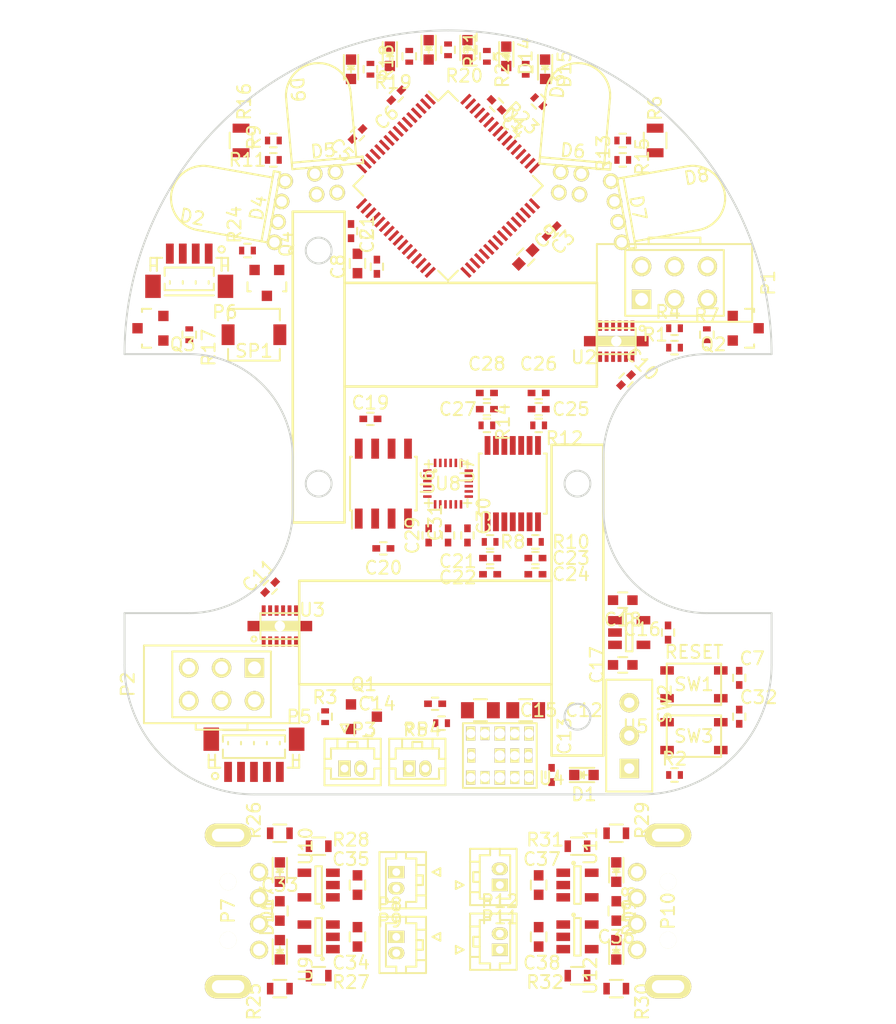
<source format=kicad_pcb>
(kicad_pcb (version 4) (host pcbnew 4.0.1-stable)
  (layers (0 F.Cu signal) (31 B.Cu signal) (34 B.Paste user) (35 F.Paste user) (36 B.SilkS user) (37 F.SilkS user) (38 B.Mask user) (39 F.Mask user) (44 Edge.Cuts user))
  (net 0 "")
  (net 1 +3V3)
  (net 2 GND)
  (net 3 RESET)
  (net 4 +BATT)
  (net 5 +5V)
  (net 6 +3.3VADC)
  (net 7 +1.65VA)
  (net 8 PR-RCV-SL)
  (net 9 PR-RCV-FL)
  (net 10 "Net-(C22-Pad2)")
  (net 11 "Net-(C23-Pad2)")
  (net 12 PR-RCV-FR)
  (net 13 "Net-(C24-Pad2)")
  (net 14 "Net-(C25-Pad2)")
  (net 15 PR-RCV-SR)
  (net 16 "Net-(C26-Pad2)")
  (net 17 "Net-(C27-Pad2)")
  (net 18 BUTTON)
  (net 19 "Net-(D10-Pad2)")
  (net 20 "Net-(D11-Pad2)")
  (net 21 "Net-(D12-Pad2)")
  (net 22 /Motor_L/MT_OUT_1)
  (net 23 /Motor_L/MT_OUT_2)
  (net 24 EN-L-B)
  (net 25 EN-L-A)
  (net 26 /Motor_R/MT_OUT_1)
  (net 27 /Motor_R/MT_OUT_2)
  (net 28 EN-R-B)
  (net 29 EN-R-A)
  (net 30 SWCLK)
  (net 31 SWDIO)
  (net 32 SWO)
  (net 33 UART-RX)
  (net 34 UART-TX)
  (net 35 "Net-(Q1-Pad1)")
  (net 36 SPEAKER)
  (net 37 BAT-VOL)
  (net 38 PR-LED-SL-FR)
  (net 39 PR-LED-FL_SR)
  (net 40 LED_1)
  (net 41 LED_2)
  (net 42 LED_3)
  (net 43 LED_4)
  (net 44 MT-IN-L-1)
  (net 45 MT-IN-L-2)
  (net 46 MT-IN-R-1)
  (net 47 MT-IN-R-2)
  (net 48 AXIS_~CS)
  (net 49 AXIS_SCK)
  (net 50 AXIS_MISO)
  (net 51 AXIS_MOSI)
  (net 52 AXIS_INT)
  (net 53 "Net-(D1-Pad2)")
  (net 54 "Net-(D13-Pad2)")
  (net 55 "Net-(C28-Pad2)")
  (net 56 /IR_LED_SL_FR/IR_LED_to_IR_LED)
  (net 57 /IR_LED_SL_FR/IR_LED_to_R)
  (net 58 /IR_LED_FL_SR/IR_LED_to_IR_LED)
  (net 59 /IR_LED_FL_SR/IR_LED_to_R)
  (net 60 /IR_LED_SL_FR/IR_LED_R_to_FET)
  (net 61 /IR_LED_FL_SR/IR_LED_R_to_FET)
  (net 62 "Net-(Q4-Pad3)")
  (net 63 "Net-(C8-Pad1)")
  (net 64 "Net-(C9-Pad1)")
  (net 65 "Net-(C21-Pad2)")
  (net 66 "Net-(R5-Pad1)")
  (net 67 /Power/BAT_to_FET)
  (net 68 /Power/BAT_to_BAT)
  (net 69 "Net-(D16-Pad1)")
  (net 70 "Net-(D17-Pad1)")
  (net 71 /AXIS_SENSOR/AXIS_CAP)
  (net 72 "/Charger A/VDD")
  (net 73 "/Charger A/VSS")
  (net 74 "/Charger A/OUT_1")
  (net 75 "/Charger A/OUT_2")
  (net 76 "/Charger B/VDD")
  (net 77 "/Charger B/VSS")
  (net 78 "/Charger B/OUT_1")
  (net 79 "/Charger B/OUT_2")
  (net 80 "Net-(D14-Pad2)")
  (net 81 "Net-(D15-Pad2)")
  (net 82 "Net-(D18-Pad1)")
  (net 83 "Net-(D19-Pad1)")
  (net 84 LED_5)
  (net 85 LED_6)
  (net 86 "Net-(R25-Pad2)")
  (net 87 "Net-(R26-Pad2)")
  (net 88 "Net-(R27-Pad1)")
  (net 89 "Net-(R28-Pad1)")
  (net 90 "Net-(R29-Pad2)")
  (net 91 "Net-(R30-Pad2)")
  (net 92 "Net-(R31-Pad1)")
  (net 93 "Net-(R32-Pad1)")
  (module mouse:USB_A_P (layer F.Cu) (at 160 167 270)
    (fp_text reference P10 (at 0 0 270) (layer F.SilkS))
    (fp_text value USB_A)
    (pad 1 thru_hole circle (at -3 2.4 270) (size 1.4 1.4) (drill 0.93) (layers *.Cu *.Mask F.SilkS) (net 76 "/Charger B/VDD"))
    (pad 2 thru_hole circle (at -1 2.4 270) (size 1.4 1.4) (drill 0.93) (layers *.Cu *.Mask F.SilkS))
    (pad 3 thru_hole circle (at 1 2.4 270) (size 1.4 1.4) (drill 0.93) (layers *.Cu *.Mask F.SilkS))
    (pad 4 thru_hole circle (at 3 2.4 270) (size 1.4 1.4) (drill 0.93) (layers *.Cu *.Mask F.SilkS) (net 77 "/Charger B/VSS"))
    (pad 5 thru_hole oval (at 5.85 0 270) (size 1.8 3.6) (drill oval 1 2.5) (layers *.Cu *.Mask F.SilkS) (net 77 "/Charger B/VSS"))
    (pad 5 thru_hole oval (at -5.85 0 270) (size 1.8 3.6) (drill oval 1 2.5) (layers *.Cu *.Mask F.SilkS) (net 77 "/Charger B/VSS"))
    (pad "" np_thru_hole circle (at 2.25 0 270) (size 1.3 1.3) (drill 1.3) (layers *.Cu *.Mask F.SilkS))
    (pad "" np_thru_hole circle (at -2.25 0 270) (size 1.3 1.3) (drill 1.3) (layers *.Cu *.Mask F.SilkS))
  )
  (module Capacitors_SMD:C_0603 (layer F.Cu) (at 156 167 270)
    (fp_text reference C36 (at 2 0 360) (layer F.SilkS))
    (fp_text value 4.7u)
    (pad 1 smd rect (at -0.75 0 270) (size 0.8 0.75) (layers F.Cu F.Paste F.Mask) (net 76 "/Charger B/VDD"))
    (pad 2 smd rect (at 0.75 0 270) (size 0.8 0.75) (layers F.Cu F.Paste F.Mask) (net 77 "/Charger B/VSS"))
  )
  (module Capacitors_SMD:C_0603 (layer F.Cu) (at 150 165 90)
    (fp_text reference C37 (at 2 0.25 180) (layer F.SilkS))
    (fp_text value 4.7u)
    (pad 1 smd rect (at -0.75 0 90) (size 0.8 0.75) (layers F.Cu F.Paste F.Mask) (net 78 "/Charger B/OUT_1"))
    (pad 2 smd rect (at 0.75 0 90) (size 0.8 0.75) (layers F.Cu F.Paste F.Mask) (net 77 "/Charger B/VSS"))
  )
  (module Capacitors_SMD:C_0603 (layer F.Cu) (at 150 169 90)
    (fp_text reference C38 (at -2 0.25 180) (layer F.SilkS))
    (fp_text value 4.7u)
    (pad 1 smd rect (at -0.75 0 90) (size 0.8 0.75) (layers F.Cu F.Paste F.Mask) (net 79 "/Charger B/OUT_2"))
    (pad 2 smd rect (at 0.75 0 90) (size 0.8 0.75) (layers F.Cu F.Paste F.Mask) (net 77 "/Charger B/VSS"))
  )
  (module LEDs:LED_0603 (layer F.Cu) (at 156 164 270)
    (fp_text reference D18 (at 2.5 -1 270) (layer F.SilkS))
    (fp_text value LED)
    (pad 2 smd rect (at 0.7493 0 90) (size 0.79756 0.79756) (layers F.Cu F.Paste F.Mask) (net 76 "/Charger B/VDD"))
    (pad 1 smd rect (at -0.7493 0 90) (size 0.79756 0.79756) (layers F.Cu F.Paste F.Mask) (net 82 "Net-(D18-Pad1)"))
  )
  (module LEDs:LED_0603 (layer F.Cu) (at 156 170 90)
    (fp_text reference D19 (at 2.5 1 90) (layer F.SilkS))
    (fp_text value LED)
    (pad 2 smd rect (at 0.7493 0 270) (size 0.79756 0.79756) (layers F.Cu F.Paste F.Mask) (net 76 "/Charger B/VDD"))
    (pad 1 smd rect (at -0.7493 0 270) (size 0.79756 0.79756) (layers F.Cu F.Paste F.Mask) (net 83 "Net-(D19-Pad1)"))
  )
  (module Connectors_Hirose:Hirose_DF13-02P-1.25DSA_02x1.25mm_Straight (layer F.Cu) (at 147 165 90)
    (fp_text reference P11 (at -2.5 0 180) (layer F.SilkS))
    (fp_text value BAT1)
    (pad 1 thru_hole rect (at 0 0 90) (size 0.95 1.25) (drill 0.6) (layers *.Cu *.Mask F.SilkS) (net 78 "/Charger B/OUT_1"))
    (pad 2 thru_hole oval (at 1.25 0 90) (size 0.95 1.25) (drill 0.6) (layers *.Cu *.Mask F.SilkS) (net 77 "/Charger B/VSS"))
  )
  (module Connectors_Hirose:Hirose_DF13-02P-1.25DSA_02x1.25mm_Straight (layer F.Cu) (at 147 170 90)
    (fp_text reference P12 (at 3.75 0 180) (layer F.SilkS))
    (fp_text value BAT2)
    (pad 1 thru_hole rect (at 0 0 90) (size 0.95 1.25) (drill 0.6) (layers *.Cu *.Mask F.SilkS) (net 79 "/Charger B/OUT_2"))
    (pad 2 thru_hole oval (at 1.25 0 90) (size 0.95 1.25) (drill 0.6) (layers *.Cu *.Mask F.SilkS) (net 77 "/Charger B/VSS"))
  )
  (module Resistors_SMD:R_0603 (layer F.Cu) (at 156 161 180)
    (fp_text reference R29 (at -2 1 270) (layer F.SilkS))
    (fp_text value 1k)
    (pad 1 smd rect (at -0.75 0 180) (size 0.5 0.9) (layers F.Cu F.Paste F.Mask) (net 82 "Net-(D18-Pad1)"))
    (pad 2 smd rect (at 0.75 0 180) (size 0.5 0.9) (layers F.Cu F.Paste F.Mask) (net 90 "Net-(R29-Pad2)"))
  )
  (module Resistors_SMD:R_0603 (layer F.Cu) (at 156 173 180)
    (fp_text reference R30 (at -2 -1 270) (layer F.SilkS))
    (fp_text value 1k)
    (pad 1 smd rect (at -0.75 0 180) (size 0.5 0.9) (layers F.Cu F.Paste F.Mask) (net 83 "Net-(D19-Pad1)"))
    (pad 2 smd rect (at 0.75 0 180) (size 0.5 0.9) (layers F.Cu F.Paste F.Mask) (net 91 "Net-(R30-Pad2)"))
  )
  (module Resistors_SMD:R_0603 (layer F.Cu) (at 153 162 180)
    (fp_text reference R31 (at 2.5 0.5 180) (layer F.SilkS))
    (fp_text value 4.7k)
    (pad 1 smd rect (at -0.75 0 180) (size 0.5 0.9) (layers F.Cu F.Paste F.Mask) (net 92 "Net-(R31-Pad1)"))
    (pad 2 smd rect (at 0.75 0 180) (size 0.5 0.9) (layers F.Cu F.Paste F.Mask) (net 77 "/Charger B/VSS"))
  )
  (module Resistors_SMD:R_0603 (layer F.Cu) (at 153 172 180)
    (fp_text reference R32 (at 2.5 -0.5 180) (layer F.SilkS))
    (fp_text value 4.7k)
    (pad 1 smd rect (at -0.75 0 180) (size 0.5 0.9) (layers F.Cu F.Paste F.Mask) (net 93 "Net-(R32-Pad1)"))
    (pad 2 smd rect (at 0.75 0 180) (size 0.5 0.9) (layers F.Cu F.Paste F.Mask) (net 77 "/Charger B/VSS"))
  )
  (module TO_SOT_Packages_SMD:SOT-23-5 (layer F.Cu) (at 153 165)
    (fp_text reference U11 (at 1 -3 90) (layer F.SilkS))
    (fp_text value MCP73831)
    (pad 1 smd rect (at -1.1 -0.95) (size 1.06 0.65) (layers F.Cu F.Paste F.Mask) (net 90 "Net-(R29-Pad2)"))
    (pad 2 smd rect (at -1.1 0) (size 1.06 0.65) (layers F.Cu F.Paste F.Mask) (net 77 "/Charger B/VSS"))
    (pad 3 smd rect (at -1.1 0.95) (size 1.06 0.65) (layers F.Cu F.Paste F.Mask) (net 78 "/Charger B/OUT_1"))
    (pad 4 smd rect (at 1.1 0.95) (size 1.06 0.65) (layers F.Cu F.Paste F.Mask) (net 76 "/Charger B/VDD"))
    (pad 5 smd rect (at 1.1 -0.95) (size 1.06 0.65) (layers F.Cu F.Paste F.Mask) (net 92 "Net-(R31-Pad1)"))
  )
  (module TO_SOT_Packages_SMD:SOT-23-5 (layer F.Cu) (at 153 169)
    (fp_text reference U12 (at 1 3 90) (layer F.SilkS))
    (fp_text value MCP73831)
    (pad 1 smd rect (at -1.1 -0.95) (size 1.06 0.65) (layers F.Cu F.Paste F.Mask) (net 91 "Net-(R30-Pad2)"))
    (pad 2 smd rect (at -1.1 0) (size 1.06 0.65) (layers F.Cu F.Paste F.Mask) (net 77 "/Charger B/VSS"))
    (pad 3 smd rect (at -1.1 0.95) (size 1.06 0.65) (layers F.Cu F.Paste F.Mask) (net 79 "/Charger B/OUT_2"))
    (pad 4 smd rect (at 1.1 0.95) (size 1.06 0.65) (layers F.Cu F.Paste F.Mask) (net 76 "/Charger B/VDD"))
    (pad 5 smd rect (at 1.1 -0.95) (size 1.06 0.65) (layers F.Cu F.Paste F.Mask) (net 93 "Net-(R32-Pad1)"))
  )
  (module Capacitors_SMD:C_0603 (layer F.Cu) (at 130 167 90)
    (fp_text reference C33 (at 2 0 180) (layer F.SilkS))
    (fp_text value 4.7u)
    (pad 1 smd rect (at -0.75 0 90) (size 0.8 0.75) (layers F.Cu F.Paste F.Mask) (net 72 "/Charger A/VDD"))
    (pad 2 smd rect (at 0.75 0 90) (size 0.8 0.75) (layers F.Cu F.Paste F.Mask) (net 73 "/Charger A/VSS"))
  )
  (module Capacitors_SMD:C_0603 (layer F.Cu) (at 136 169 270)
    (fp_text reference C34 (at 2 0.5 540) (layer F.SilkS))
    (fp_text value 4.7u)
    (pad 1 smd rect (at -0.75 0 270) (size 0.8 0.75) (layers F.Cu F.Paste F.Mask) (net 74 "/Charger A/OUT_1"))
    (pad 2 smd rect (at 0.75 0 270) (size 0.8 0.75) (layers F.Cu F.Paste F.Mask) (net 73 "/Charger A/VSS"))
  )
  (module Capacitors_SMD:C_0603 (layer F.Cu) (at 136 165 270)
    (fp_text reference C35 (at -2 0.5 360) (layer F.SilkS))
    (fp_text value 4.7u)
    (pad 1 smd rect (at -0.75 0 270) (size 0.8 0.75) (layers F.Cu F.Paste F.Mask) (net 75 "/Charger A/OUT_2"))
    (pad 2 smd rect (at 0.75 0 270) (size 0.8 0.75) (layers F.Cu F.Paste F.Mask) (net 73 "/Charger A/VSS"))
  )
  (module LEDs:LED_0603 (layer F.Cu) (at 130 170 90)
    (fp_text reference D16 (at 2.5 -1 90) (layer F.SilkS))
    (fp_text value LED)
    (pad 2 smd rect (at 0.7493 0 270) (size 0.79756 0.79756) (layers F.Cu F.Paste F.Mask) (net 72 "/Charger A/VDD"))
    (pad 1 smd rect (at -0.7493 0 270) (size 0.79756 0.79756) (layers F.Cu F.Paste F.Mask) (net 69 "Net-(D16-Pad1)"))
  )
  (module LEDs:LED_0603 (layer F.Cu) (at 130 164 270)
    (fp_text reference D17 (at 2.5 1 270) (layer F.SilkS))
    (fp_text value LED)
    (pad 2 smd rect (at 0.7493 0 90) (size 0.79756 0.79756) (layers F.Cu F.Paste F.Mask) (net 72 "/Charger A/VDD"))
    (pad 1 smd rect (at -0.7493 0 90) (size 0.79756 0.79756) (layers F.Cu F.Paste F.Mask) (net 70 "Net-(D17-Pad1)"))
  )
  (module Connectors_Hirose:Hirose_DF13-02P-1.25DSA_02x1.25mm_Straight (layer F.Cu) (at 139 169 270)
    (fp_text reference P8 (at -2.5 0.5 360) (layer F.SilkS))
    (fp_text value BAT1)
    (pad 1 thru_hole rect (at 0 0 270) (size 0.95 1.25) (drill 0.6) (layers *.Cu *.Mask F.SilkS) (net 74 "/Charger A/OUT_1"))
    (pad 2 thru_hole oval (at 1.25 0 270) (size 0.95 1.25) (drill 0.6) (layers *.Cu *.Mask F.SilkS) (net 73 "/Charger A/VSS"))
  )
  (module Connectors_Hirose:Hirose_DF13-02P-1.25DSA_02x1.25mm_Straight (layer F.Cu) (at 139 164 270)
    (fp_text reference P9 (at 3.75 0.5 360) (layer F.SilkS))
    (fp_text value BAT2)
    (pad 1 thru_hole rect (at 0 0 270) (size 0.95 1.25) (drill 0.6) (layers *.Cu *.Mask F.SilkS) (net 75 "/Charger A/OUT_2"))
    (pad 2 thru_hole oval (at 1.25 0 270) (size 0.95 1.25) (drill 0.6) (layers *.Cu *.Mask F.SilkS) (net 73 "/Charger A/VSS"))
  )
  (module Resistors_SMD:R_0603 (layer F.Cu) (at 130 173)
    (fp_text reference R25 (at -2 1 90) (layer F.SilkS))
    (fp_text value 1k)
    (pad 1 smd rect (at -0.75 0) (size 0.5 0.9) (layers F.Cu F.Paste F.Mask) (net 69 "Net-(D16-Pad1)"))
    (pad 2 smd rect (at 0.75 0) (size 0.5 0.9) (layers F.Cu F.Paste F.Mask) (net 86 "Net-(R25-Pad2)"))
  )
  (module Resistors_SMD:R_0603 (layer F.Cu) (at 130 161)
    (fp_text reference R26 (at -2 -1 90) (layer F.SilkS))
    (fp_text value 1k)
    (pad 1 smd rect (at -0.75 0) (size 0.5 0.9) (layers F.Cu F.Paste F.Mask) (net 70 "Net-(D17-Pad1)"))
    (pad 2 smd rect (at 0.75 0) (size 0.5 0.9) (layers F.Cu F.Paste F.Mask) (net 87 "Net-(R26-Pad2)"))
  )
  (module Resistors_SMD:R_0603 (layer F.Cu) (at 133 172)
    (fp_text reference R27 (at 2.5 0.5) (layer F.SilkS))
    (fp_text value 4.7k)
    (pad 1 smd rect (at -0.75 0) (size 0.5 0.9) (layers F.Cu F.Paste F.Mask) (net 88 "Net-(R27-Pad1)"))
    (pad 2 smd rect (at 0.75 0) (size 0.5 0.9) (layers F.Cu F.Paste F.Mask) (net 73 "/Charger A/VSS"))
  )
  (module Resistors_SMD:R_0603 (layer F.Cu) (at 133 162)
    (fp_text reference R28 (at 2.5 -0.5) (layer F.SilkS))
    (fp_text value 4.7k)
    (pad 1 smd rect (at -0.75 0) (size 0.5 0.9) (layers F.Cu F.Paste F.Mask) (net 89 "Net-(R28-Pad1)"))
    (pad 2 smd rect (at 0.75 0) (size 0.5 0.9) (layers F.Cu F.Paste F.Mask) (net 73 "/Charger A/VSS"))
  )
  (module TO_SOT_Packages_SMD:SOT-23-5 (layer F.Cu) (at 133 169 180)
    (fp_text reference U9 (at 1 -2.5 270) (layer F.SilkS))
    (fp_text value MCP73831)
    (pad 1 smd rect (at -1.1 -0.95 180) (size 1.06 0.65) (layers F.Cu F.Paste F.Mask) (net 86 "Net-(R25-Pad2)"))
    (pad 2 smd rect (at -1.1 0 180) (size 1.06 0.65) (layers F.Cu F.Paste F.Mask) (net 73 "/Charger A/VSS"))
    (pad 3 smd rect (at -1.1 0.95 180) (size 1.06 0.65) (layers F.Cu F.Paste F.Mask) (net 74 "/Charger A/OUT_1"))
    (pad 4 smd rect (at 1.1 0.95 180) (size 1.06 0.65) (layers F.Cu F.Paste F.Mask) (net 72 "/Charger A/VDD"))
    (pad 5 smd rect (at 1.1 -0.95 180) (size 1.06 0.65) (layers F.Cu F.Paste F.Mask) (net 88 "Net-(R27-Pad1)"))
  )
  (module TO_SOT_Packages_SMD:SOT-23-5 (layer F.Cu) (at 133 165 180)
    (fp_text reference U10 (at 1 3 450) (layer F.SilkS))
    (fp_text value MCP73831)
    (pad 1 smd rect (at -1.1 -0.95 180) (size 1.06 0.65) (layers F.Cu F.Paste F.Mask) (net 87 "Net-(R26-Pad2)"))
    (pad 2 smd rect (at -1.1 0 180) (size 1.06 0.65) (layers F.Cu F.Paste F.Mask) (net 73 "/Charger A/VSS"))
    (pad 3 smd rect (at -1.1 0.95 180) (size 1.06 0.65) (layers F.Cu F.Paste F.Mask) (net 75 "/Charger A/OUT_2"))
    (pad 4 smd rect (at 1.1 0.95 180) (size 1.06 0.65) (layers F.Cu F.Paste F.Mask) (net 72 "/Charger A/VDD"))
    (pad 5 smd rect (at 1.1 -0.95 180) (size 1.06 0.65) (layers F.Cu F.Paste F.Mask) (net 89 "Net-(R28-Pad1)"))
  )
  (module mouse:USB_A_P (layer F.Cu) (at 126 167 90)
    (fp_text reference P7 (at 0 0 90) (layer F.SilkS))
    (fp_text value USB_A)
    (pad 1 thru_hole circle (at -3 2.4 90) (size 1.4 1.4) (drill 0.93) (layers *.Cu *.Mask F.SilkS) (net 72 "/Charger A/VDD"))
    (pad 2 thru_hole circle (at -1 2.4 90) (size 1.4 1.4) (drill 0.93) (layers *.Cu *.Mask F.SilkS))
    (pad 3 thru_hole circle (at 1 2.4 90) (size 1.4 1.4) (drill 0.93) (layers *.Cu *.Mask F.SilkS))
    (pad 4 thru_hole circle (at 3 2.4 90) (size 1.4 1.4) (drill 0.93) (layers *.Cu *.Mask F.SilkS) (net 73 "/Charger A/VSS"))
    (pad 5 thru_hole oval (at 5.85 0 90) (size 1.8 3.6) (drill oval 1 2.5) (layers *.Cu *.Mask F.SilkS) (net 73 "/Charger A/VSS"))
    (pad 5 thru_hole oval (at -5.85 0 90) (size 1.8 3.6) (drill oval 1 2.5) (layers *.Cu *.Mask F.SilkS) (net 73 "/Charger A/VSS"))
    (pad "" np_thru_hole circle (at 2.25 0 90) (size 1.3 1.3) (drill 1.3) (layers *.Cu *.Mask F.SilkS))
    (pad "" np_thru_hole circle (at -2.25 0 90) (size 1.3 1.3) (drill 1.3) (layers *.Cu *.Mask F.SilkS))
  )
  (module Housings_SSOP:TSSOP-14_4.4x5mm_Pitch0.65mm (layer F.Cu) (at 148 134 90)
    (fp_text reference U7 (at 1 -3.5 90) (layer F.SilkS))
    (fp_text value AD8604)
    (pad 1 smd rect (at -2.95 -1.95 90) (size 1.45 0.45) (layers F.Cu F.Paste F.Mask) (net 8 PR-RCV-SL))
    (pad 2 smd rect (at -2.95 -1.3 90) (size 1.45 0.45) (layers F.Cu F.Paste F.Mask) (net 65 "Net-(C21-Pad2)"))
    (pad 3 smd rect (at -2.95 -0.65 90) (size 1.45 0.45) (layers F.Cu F.Paste F.Mask) (net 7 +1.65VA))
    (pad 4 smd rect (at -2.95 0 90) (size 1.45 0.45) (layers F.Cu F.Paste F.Mask) (net 6 +3.3VADC))
    (pad 5 smd rect (at -2.95 0.65 90) (size 1.45 0.45) (layers F.Cu F.Paste F.Mask) (net 7 +1.65VA))
    (pad 6 smd rect (at -2.95 1.3 90) (size 1.45 0.45) (layers F.Cu F.Paste F.Mask) (net 11 "Net-(C23-Pad2)"))
    (pad 7 smd rect (at -2.95 1.95 90) (size 1.45 0.45) (layers F.Cu F.Paste F.Mask) (net 9 PR-RCV-FL))
    (pad 8 smd rect (at 2.95 1.95 90) (size 1.45 0.45) (layers F.Cu F.Paste F.Mask) (net 12 PR-RCV-FR))
    (pad 9 smd rect (at 2.95 1.3 90) (size 1.45 0.45) (layers F.Cu F.Paste F.Mask) (net 14 "Net-(C25-Pad2)"))
    (pad 10 smd rect (at 2.95 0.65 90) (size 1.45 0.45) (layers F.Cu F.Paste F.Mask) (net 7 +1.65VA))
    (pad 11 smd rect (at 2.95 0 90) (size 1.45 0.45) (layers F.Cu F.Paste F.Mask) (net 2 GND))
    (pad 12 smd rect (at 2.95 -0.65 90) (size 1.45 0.45) (layers F.Cu F.Paste F.Mask) (net 7 +1.65VA))
    (pad 13 smd rect (at 2.95 -1.3 90) (size 1.45 0.45) (layers F.Cu F.Paste F.Mask) (net 17 "Net-(C27-Pad2)"))
    (pad 14 smd rect (at 2.95 -1.95 90) (size 1.45 0.45) (layers F.Cu F.Paste F.Mask) (net 15 PR-RCV-SR))
  )
  (module Connectors_JST:JST_SH_BM05B-SRSS-TB_05x1.00mm_Straight (layer F.Cu) (at 128 155)
    (fp_text reference P5 (at 3.5 -3) (layer F.SilkS))
    (fp_text value SWD)
    (pad 1 smd rect (at -2 1.2625) (size 0.6 1.55) (layers F.Cu F.Paste F.Mask) (net 30 SWCLK))
    (pad 2 smd rect (at -1 1.2625) (size 0.6 1.55) (layers F.Cu F.Paste F.Mask) (net 2 GND))
    (pad 3 smd rect (at 0 1.2625) (size 0.6 1.55) (layers F.Cu F.Paste F.Mask) (net 31 SWDIO))
    (pad 4 smd rect (at 1 1.2625) (size 0.6 1.55) (layers F.Cu F.Paste F.Mask) (net 3 RESET))
    (pad 5 smd rect (at 2 1.2625) (size 0.6 1.55) (layers F.Cu F.Paste F.Mask) (net 32 SWO))
    (pad "" smd rect (at -3.3 -1.2625) (size 1.2 1.8) (layers F.Cu F.Paste F.Mask))
    (pad "" smd rect (at 3.3 -1.2625) (size 1.2 1.8) (layers F.Cu F.Paste F.Mask))
  )
  (module Capacitors_SMD:C_0603 (layer F.Cu) (at 136 117 90)
    (fp_text reference C8 (at -0.25 -1.5 270) (layer F.SilkS))
    (fp_text value 2.2u)
    (pad 1 smd rect (at -0.75 0 90) (size 0.8 0.75) (layers F.Cu F.Paste F.Mask) (net 63 "Net-(C8-Pad1)"))
    (pad 2 smd rect (at 0.75 0 90) (size 0.8 0.75) (layers F.Cu F.Paste F.Mask) (net 2 GND))
  )
  (module Capacitors_SMD:C_0603 (layer F.Cu) (at 149 116.5 225)
    (fp_text reference C9 (at -2.25 0 225) (layer F.SilkS))
    (fp_text value 2.2u)
    (pad 1 smd rect (at -0.75 0 225) (size 0.8 0.75) (layers F.Cu F.Paste F.Mask) (net 64 "Net-(C9-Pad1)"))
    (pad 2 smd rect (at 0.75 0 225) (size 0.8 0.75) (layers F.Cu F.Paste F.Mask) (net 2 GND))
  )
  (module Capacitors_SMD:C_0805 (layer F.Cu) (at 145.5 151.5)
    (fp_text reference C15 (at 4.5 0 180) (layer F.SilkS))
    (fp_text value 22u)
    (pad 1 smd rect (at -1 0) (size 1 1.25) (layers F.Cu F.Paste F.Mask) (net 5 +5V))
    (pad 2 smd rect (at 1 0) (size 1 1.25) (layers F.Cu F.Paste F.Mask) (net 2 GND))
  )
  (module Capacitors_SMD:C_0603 (layer F.Cu) (at 156.5 148 180)
    (fp_text reference C17 (at 2 0 270) (layer F.SilkS))
    (fp_text value 10u)
    (pad 1 smd rect (at -0.75 0 180) (size 0.8 0.75) (layers F.Cu F.Paste F.Mask) (net 6 +3.3VADC))
    (pad 2 smd rect (at 0.75 0 180) (size 0.8 0.75) (layers F.Cu F.Paste F.Mask) (net 2 GND))
  )
  (module Capacitors_SMD:C_0603 (layer F.Cu) (at 156.5 143)
    (fp_text reference C18 (at 0 1.5) (layer F.SilkS))
    (fp_text value 10u)
    (pad 1 smd rect (at -0.75 0) (size 0.8 0.75) (layers F.Cu F.Paste F.Mask) (net 7 +1.65VA))
    (pad 2 smd rect (at 0.75 0) (size 0.8 0.75) (layers F.Cu F.Paste F.Mask) (net 2 GND))
  )
  (module LEDs:LED_0603 (layer F.Cu) (at 135.5 102 270)
    (fp_text reference D10)
    (fp_text value LED)
    (pad 2 smd rect (at 0.7493 0 90) (size 0.79756 0.79756) (layers F.Cu F.Paste F.Mask) (net 19 "Net-(D10-Pad2)"))
    (pad 1 smd rect (at -0.7493 0 90) (size 0.79756 0.79756) (layers F.Cu F.Paste F.Mask) (net 2 GND))
  )
  (module LEDs:LED_0603 (layer F.Cu) (at 138.5 101 270)
    (fp_text reference D11)
    (fp_text value LED)
    (pad 2 smd rect (at 0.7493 0 90) (size 0.79756 0.79756) (layers F.Cu F.Paste F.Mask) (net 20 "Net-(D11-Pad2)"))
    (pad 1 smd rect (at -0.7493 0 90) (size 0.79756 0.79756) (layers F.Cu F.Paste F.Mask) (net 2 GND))
  )
  (module LEDs:LED_0603 (layer F.Cu) (at 141.5 100.5 270)
    (fp_text reference D12)
    (fp_text value LED)
    (pad 2 smd rect (at 0.7493 0 90) (size 0.79756 0.79756) (layers F.Cu F.Paste F.Mask) (net 21 "Net-(D12-Pad2)"))
    (pad 1 smd rect (at -0.7493 0 90) (size 0.79756 0.79756) (layers F.Cu F.Paste F.Mask) (net 2 GND))
  )
  (module LEDs:LED_0603 (layer F.Cu) (at 144.5 100.5 270)
    (fp_text reference D13)
    (fp_text value LED)
    (pad 2 smd rect (at 0.7493 0 90) (size 0.79756 0.79756) (layers F.Cu F.Paste F.Mask) (net 54 "Net-(D13-Pad2)"))
    (pad 1 smd rect (at -0.7493 0 90) (size 0.79756 0.79756) (layers F.Cu F.Paste F.Mask) (net 2 GND))
  )
  (module TO_SOT_Packages_SMD:SOT-23 (layer F.Cu) (at 166 122 270)
    (fp_text reference Q2 (at 1.25 2.5 360) (layer F.SilkS))
    (fp_text value IRFML8244)
    (pad 1 smd rect (at -0.95 1.00076 270) (size 0.8001 0.8001) (layers F.Cu F.Paste F.Mask) (net 38 PR-LED-SL-FR))
    (pad 2 smd rect (at 0.95 1.00076 270) (size 0.8001 0.8001) (layers F.Cu F.Paste F.Mask) (net 2 GND))
    (pad 3 smd rect (at 0 -0.99822 270) (size 0.8001 0.8001) (layers F.Cu F.Paste F.Mask) (net 60 /IR_LED_SL_FR/IR_LED_R_to_FET))
  )
  (module TO_SOT_Packages_SMD:SOT-23 (layer F.Cu) (at 120 122 90)
    (fp_text reference Q3 (at -1.25 2.5 180) (layer F.SilkS))
    (fp_text value IRFML8244)
    (pad 1 smd rect (at -0.95 1.00076 90) (size 0.8001 0.8001) (layers F.Cu F.Paste F.Mask) (net 39 PR-LED-FL_SR))
    (pad 2 smd rect (at 0.95 1.00076 90) (size 0.8001 0.8001) (layers F.Cu F.Paste F.Mask) (net 2 GND))
    (pad 3 smd rect (at 0 -0.99822 90) (size 0.8001 0.8001) (layers F.Cu F.Paste F.Mask) (net 61 /IR_LED_FL_SR/IR_LED_R_to_FET))
  )
  (module TO_SOT_Packages_SMD:SOT-23 (layer F.Cu) (at 129 118.5 180)
    (fp_text reference Q4 (at -1.5 3 270) (layer F.SilkS))
    (fp_text value BSS138)
    (pad 1 smd rect (at -0.95 1.00076 180) (size 0.8001 0.8001) (layers F.Cu F.Paste F.Mask) (net 36 SPEAKER))
    (pad 2 smd rect (at 0.95 1.00076 180) (size 0.8001 0.8001) (layers F.Cu F.Paste F.Mask) (net 2 GND))
    (pad 3 smd rect (at 0 -0.99822 180) (size 0.8001 0.8001) (layers F.Cu F.Paste F.Mask) (net 62 "Net-(Q4-Pad3)"))
  )
  (module TO_SOT_Packages_SMD:SOT-23-5 (layer F.Cu) (at 157 145.5)
    (fp_text reference U5 (at 0.5 7.25) (layer F.SilkS))
    (fp_text value REF1933)
    (pad 1 smd rect (at -1.1 -0.95) (size 1.06 0.65) (layers F.Cu F.Paste F.Mask) (net 7 +1.65VA))
    (pad 2 smd rect (at -1.1 0) (size 1.06 0.65) (layers F.Cu F.Paste F.Mask) (net 2 GND))
    (pad 3 smd rect (at -1.1 0.95) (size 1.06 0.65) (layers F.Cu F.Paste F.Mask) (net 5 +5V))
    (pad 4 smd rect (at 1.1 0.95) (size 1.06 0.65) (layers F.Cu F.Paste F.Mask) (net 5 +5V))
    (pad 5 smd rect (at 1.1 -0.95) (size 1.06 0.65) (layers F.Cu F.Paste F.Mask) (net 6 +3.3VADC))
  )
  (module Housings_SOIC:SOIC-8_3.9x4.9mm_Pitch1.27mm (layer F.Cu) (at 138 134 90)
    (fp_text reference U6 (at 0.127 3.429 90) (layer F.SilkS))
    (fp_text value LT1963ES8)
    (pad 1 smd rect (at -2.7 -1.905 90) (size 1.55 0.6) (layers F.Cu F.Paste F.Mask) (net 1 +3V3))
    (pad 2 smd rect (at -2.7 -0.635 90) (size 1.55 0.6) (layers F.Cu F.Paste F.Mask) (net 1 +3V3))
    (pad 3 smd rect (at -2.7 0.635 90) (size 1.55 0.6) (layers F.Cu F.Paste F.Mask) (net 2 GND))
    (pad 4 smd rect (at -2.7 1.905 90) (size 1.55 0.6) (layers F.Cu F.Paste F.Mask))
    (pad 5 smd rect (at 2.7 1.905 90) (size 1.55 0.6) (layers F.Cu F.Paste F.Mask) (net 5 +5V))
    (pad 6 smd rect (at 2.7 0.635 90) (size 1.55 0.6) (layers F.Cu F.Paste F.Mask) (net 2 GND))
    (pad 7 smd rect (at 2.7 -0.635 90) (size 1.55 0.6) (layers F.Cu F.Paste F.Mask) (net 2 GND))
    (pad 8 smd rect (at 2.7 -1.905 90) (size 1.55 0.6) (layers F.Cu F.Paste F.Mask) (net 5 +5V))
  )
  (module LEDs:LED_0603 (layer F.Cu) (at 153.5 156.5)
    (fp_text reference D1 (at 0 1.5 180) (layer F.SilkS))
    (fp_text value Power)
    (pad 2 smd rect (at 0.7493 0 180) (size 0.79756 0.79756) (layers F.Cu F.Paste F.Mask) (net 53 "Net-(D1-Pad2)"))
    (pad 1 smd rect (at -0.7493 0 180) (size 0.79756 0.79756) (layers F.Cu F.Paste F.Mask) (net 2 GND))
  )
  (module Connectors_JST:JST_SH_BM04B-SRSS-TB_04x1.00mm_Straight (layer F.Cu) (at 123 117.5 180)
    (fp_text reference P6 (at -2.75 -3.25 180) (layer F.SilkS))
    (fp_text value UART)
    (pad 1 smd rect (at -1.5 1.2625 180) (size 0.6 1.55) (layers F.Cu F.Paste F.Mask) (net 1 +3V3))
    (pad 2 smd rect (at -0.5 1.2625 180) (size 0.6 1.55) (layers F.Cu F.Paste F.Mask) (net 2 GND))
    (pad 3 smd rect (at 0.5 1.2625 180) (size 0.6 1.55) (layers F.Cu F.Paste F.Mask) (net 33 UART-RX))
    (pad 4 smd rect (at 1.5 1.2625 180) (size 0.6 1.55) (layers F.Cu F.Paste F.Mask) (net 34 UART-TX))
    (pad "" smd rect (at -2.8 -1.2625 180) (size 1.2 1.8) (layers F.Cu F.Paste F.Mask))
    (pad "" smd rect (at 2.8 -1.2625 180) (size 1.2 1.8) (layers F.Cu F.Paste F.Mask))
  )
  (module Capacitors_SMD:C_0402 (layer F.Cu) (at 135.5 114.5 90)
    (fp_text reference C1 (at 0.25 1.25 90) (layer F.SilkS))
    (fp_text value 0.1u)
    (pad 1 smd rect (at -0.55 0 90) (size 0.6 0.5) (layers F.Cu F.Paste F.Mask) (net 1 +3V3))
    (pad 2 smd rect (at 0.55 0 90) (size 0.6 0.5) (layers F.Cu F.Paste F.Mask) (net 2 GND))
  )
  (module Capacitors_SMD:C_0402 (layer F.Cu) (at 137.5 117.25 90)
    (fp_text reference C2 (at 2 -0.75 90) (layer F.SilkS))
    (fp_text value 0.1u)
    (pad 1 smd rect (at -0.55 0 90) (size 0.6 0.5) (layers F.Cu F.Paste F.Mask) (net 1 +3V3))
    (pad 2 smd rect (at 0.55 0 90) (size 0.6 0.5) (layers F.Cu F.Paste F.Mask) (net 2 GND))
  )
  (module Capacitors_SMD:C_0402 (layer F.Cu) (at 151 114.5 225)
    (fp_text reference C3 (at 0 -1.25 225) (layer F.SilkS))
    (fp_text value 0.1u)
    (pad 1 smd rect (at -0.55 0 225) (size 0.6 0.5) (layers F.Cu F.Paste F.Mask) (net 1 +3V3))
    (pad 2 smd rect (at 0.55 0 225) (size 0.6 0.5) (layers F.Cu F.Paste F.Mask) (net 2 GND))
  )
  (module Capacitors_SMD:C_0402 (layer F.Cu) (at 146.75 104.75 315)
    (fp_text reference C4 (at 2.12132 0.353553 315) (layer F.SilkS))
    (fp_text value 0.1u)
    (pad 1 smd rect (at -0.55 0 315) (size 0.6 0.5) (layers F.Cu F.Paste F.Mask) (net 1 +3V3))
    (pad 2 smd rect (at 0.55 0 315) (size 0.6 0.5) (layers F.Cu F.Paste F.Mask) (net 2 GND))
  )
  (module Capacitors_SMD:C_0402 (layer F.Cu) (at 136 107 45)
    (fp_text reference C5 (at -1.767767 0 135) (layer F.SilkS))
    (fp_text value 0.1u)
    (pad 1 smd rect (at -0.55 0 45) (size 0.6 0.5) (layers F.Cu F.Paste F.Mask) (net 1 +3V3))
    (pad 2 smd rect (at 0.55 0 45) (size 0.6 0.5) (layers F.Cu F.Paste F.Mask) (net 2 GND))
  )
  (module Capacitors_SMD:C_0402 (layer F.Cu) (at 139 104 225)
    (fp_text reference C6 (at 1.767767 -0.707107 405) (layer F.SilkS))
    (fp_text value 0.1u)
    (pad 1 smd rect (at -0.55 0 225) (size 0.6 0.5) (layers F.Cu F.Paste F.Mask) (net 1 +3V3))
    (pad 2 smd rect (at 0.55 0 225) (size 0.6 0.5) (layers F.Cu F.Paste F.Mask) (net 2 GND))
  )
  (module Capacitors_SMD:C_0402 (layer F.Cu) (at 165.5 149 270)
    (fp_text reference C7 (at -1.5 -1 360) (layer F.SilkS))
    (fp_text value 0.1u)
    (pad 1 smd rect (at -0.55 0 270) (size 0.6 0.5) (layers F.Cu F.Paste F.Mask) (net 3 RESET))
    (pad 2 smd rect (at 0.55 0 270) (size 0.6 0.5) (layers F.Cu F.Paste F.Mask) (net 2 GND))
  )
  (module Capacitors_SMD:C_0402 (layer F.Cu) (at 156.75 126 225)
    (fp_text reference C10 (at -1.75 0 495) (layer F.SilkS))
    (fp_text value 0.1u)
    (pad 1 smd rect (at -0.55 0 225) (size 0.6 0.5) (layers F.Cu F.Paste F.Mask) (net 1 +3V3))
    (pad 2 smd rect (at 0.55 0 225) (size 0.6 0.5) (layers F.Cu F.Paste F.Mask) (net 2 GND))
  )
  (module Capacitors_SMD:C_0402 (layer F.Cu) (at 129.25 142 45)
    (fp_text reference C11 (at 0 -1.25 45) (layer F.SilkS))
    (fp_text value 0.1u)
    (pad 1 smd rect (at -0.55 0 45) (size 0.6 0.5) (layers F.Cu F.Paste F.Mask) (net 1 +3V3))
    (pad 2 smd rect (at 0.55 0 45) (size 0.6 0.5) (layers F.Cu F.Paste F.Mask) (net 2 GND))
  )
  (module Capacitors_SMD:C_0402 (layer F.Cu) (at 151 156.5 90)
    (fp_text reference C13 (at 3 1 90) (layer F.SilkS))
    (fp_text value 0.1u)
    (pad 1 smd rect (at -0.55 0 90) (size 0.6 0.5) (layers F.Cu F.Paste F.Mask) (net 4 +BATT))
    (pad 2 smd rect (at 0.55 0 90) (size 0.6 0.5) (layers F.Cu F.Paste F.Mask) (net 2 GND))
  )
  (module Capacitors_SMD:C_0402 (layer F.Cu) (at 142 151 180)
    (fp_text reference C14 (at 4.5 0 360) (layer F.SilkS))
    (fp_text value 0.1u)
    (pad 1 smd rect (at -0.55 0 180) (size 0.6 0.5) (layers F.Cu F.Paste F.Mask) (net 5 +5V))
    (pad 2 smd rect (at 0.55 0 180) (size 0.6 0.5) (layers F.Cu F.Paste F.Mask) (net 2 GND))
  )
  (module Capacitors_SMD:C_0402 (layer F.Cu) (at 160 145.5 90)
    (fp_text reference C16 (at 0.25 -2 180) (layer F.SilkS))
    (fp_text value 0.1u)
    (pad 1 smd rect (at -0.55 0 90) (size 0.6 0.5) (layers F.Cu F.Paste F.Mask) (net 5 +5V))
    (pad 2 smd rect (at 0.55 0 90) (size 0.6 0.5) (layers F.Cu F.Paste F.Mask) (net 2 GND))
  )
  (module Capacitors_SMD:C_0402 (layer F.Cu) (at 137 129)
    (fp_text reference C19 (at 0 -1.25 180) (layer F.SilkS))
    (fp_text value 0.1u)
    (pad 1 smd rect (at -0.55 0) (size 0.6 0.5) (layers F.Cu F.Paste F.Mask) (net 5 +5V))
    (pad 2 smd rect (at 0.55 0) (size 0.6 0.5) (layers F.Cu F.Paste F.Mask) (net 2 GND))
  )
  (module Capacitors_SMD:C_0402 (layer F.Cu) (at 138 139)
    (fp_text reference C20 (at 0 1.5) (layer F.SilkS))
    (fp_text value 0.1u)
    (pad 1 smd rect (at -0.55 0) (size 0.6 0.5) (layers F.Cu F.Paste F.Mask) (net 1 +3V3))
    (pad 2 smd rect (at 0.55 0) (size 0.6 0.5) (layers F.Cu F.Paste F.Mask) (net 2 GND))
  )
  (module Capacitors_SMD:C_0402 (layer F.Cu) (at 146.25 139.75)
    (fp_text reference C21 (at -2.5 0.25 180) (layer F.SilkS))
    (fp_text value 22p)
    (pad 1 smd rect (at -0.55 0) (size 0.6 0.5) (layers F.Cu F.Paste F.Mask) (net 8 PR-RCV-SL))
    (pad 2 smd rect (at 0.55 0) (size 0.6 0.5) (layers F.Cu F.Paste F.Mask) (net 65 "Net-(C21-Pad2)"))
  )
  (module Capacitors_SMD:C_0402 (layer F.Cu) (at 146.25 141 180)
    (fp_text reference C22 (at 2.5 -0.25 180) (layer F.SilkS))
    (fp_text value 0.01u)
    (pad 1 smd rect (at -0.55 0 180) (size 0.6 0.5) (layers F.Cu F.Paste F.Mask) (net 65 "Net-(C21-Pad2)"))
    (pad 2 smd rect (at 0.55 0 180) (size 0.6 0.5) (layers F.Cu F.Paste F.Mask) (net 10 "Net-(C22-Pad2)"))
  )
  (module Capacitors_SMD:C_0402 (layer F.Cu) (at 149.75 139.75 180)
    (fp_text reference C23 (at -2.75 0 180) (layer F.SilkS))
    (fp_text value 22p)
    (pad 1 smd rect (at -0.55 0 180) (size 0.6 0.5) (layers F.Cu F.Paste F.Mask) (net 9 PR-RCV-FL))
    (pad 2 smd rect (at 0.55 0 180) (size 0.6 0.5) (layers F.Cu F.Paste F.Mask) (net 11 "Net-(C23-Pad2)"))
  )
  (module Capacitors_SMD:C_0402 (layer F.Cu) (at 149.75 141)
    (fp_text reference C24 (at 2.75 0) (layer F.SilkS))
    (fp_text value 0.01u)
    (pad 1 smd rect (at -0.55 0) (size 0.6 0.5) (layers F.Cu F.Paste F.Mask) (net 11 "Net-(C23-Pad2)"))
    (pad 2 smd rect (at 0.55 0) (size 0.6 0.5) (layers F.Cu F.Paste F.Mask) (net 13 "Net-(C24-Pad2)"))
  )
  (module Capacitors_SMD:C_0402 (layer F.Cu) (at 150 128.25 180)
    (fp_text reference C25 (at -2.5 0 180) (layer F.SilkS))
    (fp_text value 22p)
    (pad 1 smd rect (at -0.55 0 180) (size 0.6 0.5) (layers F.Cu F.Paste F.Mask) (net 12 PR-RCV-FR))
    (pad 2 smd rect (at 0.55 0 180) (size 0.6 0.5) (layers F.Cu F.Paste F.Mask) (net 14 "Net-(C25-Pad2)"))
  )
  (module Capacitors_SMD:C_0402 (layer F.Cu) (at 150 127)
    (fp_text reference C26 (at 0 -2.25) (layer F.SilkS))
    (fp_text value 0.01u)
    (pad 1 smd rect (at -0.55 0) (size 0.6 0.5) (layers F.Cu F.Paste F.Mask) (net 14 "Net-(C25-Pad2)"))
    (pad 2 smd rect (at 0.55 0) (size 0.6 0.5) (layers F.Cu F.Paste F.Mask) (net 16 "Net-(C26-Pad2)"))
  )
  (module Capacitors_SMD:C_0402 (layer F.Cu) (at 146 128.25)
    (fp_text reference C27 (at -2.25 0) (layer F.SilkS))
    (fp_text value 22p)
    (pad 1 smd rect (at -0.55 0) (size 0.6 0.5) (layers F.Cu F.Paste F.Mask) (net 15 PR-RCV-SR))
    (pad 2 smd rect (at 0.55 0) (size 0.6 0.5) (layers F.Cu F.Paste F.Mask) (net 17 "Net-(C27-Pad2)"))
  )
  (module Capacitors_SMD:C_0402 (layer F.Cu) (at 146 127 180)
    (fp_text reference C28 (at 0 2.25 180) (layer F.SilkS))
    (fp_text value 0.01u)
    (pad 1 smd rect (at -0.55 0 180) (size 0.6 0.5) (layers F.Cu F.Paste F.Mask) (net 17 "Net-(C27-Pad2)"))
    (pad 2 smd rect (at 0.55 0 180) (size 0.6 0.5) (layers F.Cu F.Paste F.Mask) (net 55 "Net-(C28-Pad2)"))
  )
  (module Capacitors_SMD:C_0402 (layer F.Cu) (at 141.5 138 270)
    (fp_text reference C29 (at 0 1.25 270) (layer F.SilkS))
    (fp_text value 0.01u)
    (pad 1 smd rect (at -0.55 0 270) (size 0.6 0.5) (layers F.Cu F.Paste F.Mask) (net 1 +3V3))
    (pad 2 smd rect (at 0.55 0 270) (size 0.6 0.5) (layers F.Cu F.Paste F.Mask) (net 2 GND))
  )
  (module Capacitors_SMD:C_0402 (layer F.Cu) (at 144.5 138 90)
    (fp_text reference C30 (at 1.5 1.25 90) (layer F.SilkS))
    (fp_text value 0.1u)
    (pad 1 smd rect (at -0.55 0 90) (size 0.6 0.5) (layers F.Cu F.Paste F.Mask) (net 2 GND))
    (pad 2 smd rect (at 0.55 0 90) (size 0.6 0.5) (layers F.Cu F.Paste F.Mask) (net 1 +3V3))
  )
  (module Capacitors_SMD:C_0402 (layer F.Cu) (at 143 138 270)
    (fp_text reference C31 (at -1 1 270) (layer F.SilkS))
    (fp_text value 0.1u)
    (pad 1 smd rect (at -0.55 0 270) (size 0.6 0.5) (layers F.Cu F.Paste F.Mask) (net 71 /AXIS_SENSOR/AXIS_CAP))
    (pad 2 smd rect (at 0.55 0 270) (size 0.6 0.5) (layers F.Cu F.Paste F.Mask) (net 2 GND))
  )
  (module Connectors_Hirose:Hirose_DF13-02P-1.25DSA_02x1.25mm_Straight (layer F.Cu) (at 135 156)
    (fp_text reference P3 (at 1.5 -3) (layer F.SilkS))
    (fp_text value Battery_A)
    (pad 1 thru_hole rect (at 0 0) (size 0.95 1.25) (drill 0.6) (layers *.Cu *.Mask F.SilkS) (net 67 /Power/BAT_to_FET))
    (pad 2 thru_hole oval (at 1.25 0) (size 0.95 1.25) (drill 0.6) (layers *.Cu *.Mask F.SilkS) (net 68 /Power/BAT_to_BAT))
  )
  (module Connectors_Hirose:Hirose_DF13-02P-1.25DSA_02x1.25mm_Straight (layer F.Cu) (at 140 156)
    (fp_text reference P4 (at 1.5 -3) (layer F.SilkS))
    (fp_text value Battery_B)
    (pad 1 thru_hole rect (at 0 0) (size 0.95 1.25) (drill 0.6) (layers *.Cu *.Mask F.SilkS) (net 68 /Power/BAT_to_BAT))
    (pad 2 thru_hole oval (at 1.25 0) (size 0.95 1.25) (drill 0.6) (layers *.Cu *.Mask F.SilkS) (net 2 GND))
  )
  (module TO_SOT_Packages_SMD:SOT-23 (layer F.Cu) (at 136.5 152 270)
    (fp_text reference Q1 (at -2.5 0 360) (layer F.SilkS))
    (fp_text value IRLML6402)
    (pad 1 smd rect (at -0.95 1.00076 270) (size 0.8001 0.8001) (layers F.Cu F.Paste F.Mask) (net 35 "Net-(Q1-Pad1)"))
    (pad 2 smd rect (at 0.95 1.00076 270) (size 0.8001 0.8001) (layers F.Cu F.Paste F.Mask) (net 67 /Power/BAT_to_FET))
    (pad 3 smd rect (at 0 -0.99822 270) (size 0.8001 0.8001) (layers F.Cu F.Paste F.Mask) (net 4 +BATT))
  )
  (module Resistors_SMD:R_0402 (layer F.Cu) (at 160.5 123.5)
    (fp_text reference R1 (at -1.5 -1 180) (layer F.SilkS))
    (fp_text value 20k)
    (pad 1 smd rect (at -0.45 0) (size 0.4 0.6) (layers F.Cu F.Paste F.Mask) (net 4 +BATT))
    (pad 2 smd rect (at 0.45 0) (size 0.4 0.6) (layers F.Cu F.Paste F.Mask) (net 37 BAT-VOL))
  )
  (module Resistors_SMD:R_0402 (layer F.Cu) (at 160.5 156.5 180)
    (fp_text reference R2 (at 0 1.25 360) (layer F.SilkS))
    (fp_text value 10k)
    (pad 1 smd rect (at -0.45 0 180) (size 0.4 0.6) (layers F.Cu F.Paste F.Mask) (net 5 +5V))
    (pad 2 smd rect (at 0.45 0 180) (size 0.4 0.6) (layers F.Cu F.Paste F.Mask) (net 53 "Net-(D1-Pad2)"))
  )
  (module Resistors_SMD:R_0402 (layer F.Cu) (at 133.5 152 90)
    (fp_text reference R3 (at 1.5 0 180) (layer F.SilkS))
    (fp_text value 10k)
    (pad 1 smd rect (at -0.45 0 90) (size 0.4 0.6) (layers F.Cu F.Paste F.Mask) (net 67 /Power/BAT_to_FET))
    (pad 2 smd rect (at 0.45 0 90) (size 0.4 0.6) (layers F.Cu F.Paste F.Mask) (net 35 "Net-(Q1-Pad1)"))
  )
  (module Resistors_SMD:R_0402 (layer F.Cu) (at 160.5 122)
    (fp_text reference R4 (at -0.5 -1.25 180) (layer F.SilkS))
    (fp_text value 10k)
    (pad 1 smd rect (at -0.45 0) (size 0.4 0.6) (layers F.Cu F.Paste F.Mask) (net 37 BAT-VOL))
    (pad 2 smd rect (at 0.45 0) (size 0.4 0.6) (layers F.Cu F.Paste F.Mask) (net 2 GND))
  )
  (module Resistors_SMD:R_0402 (layer F.Cu) (at 142.5 152.5 180)
    (fp_text reference R5 (at 2 -0.5 360) (layer F.SilkS))
    (fp_text value 133)
    (pad 1 smd rect (at -0.45 0 180) (size 0.4 0.6) (layers F.Cu F.Paste F.Mask) (net 66 "Net-(R5-Pad1)"))
    (pad 2 smd rect (at 0.45 0 180) (size 0.4 0.6) (layers F.Cu F.Paste F.Mask) (net 2 GND))
  )
  (module Resistors_SMD:R_0805 (layer F.Cu) (at 159 107.5 270)
    (fp_text reference R6 (at -2.5 0 270) (layer F.SilkS))
    (fp_text value 15)
    (pad 1 smd rect (at -0.95 0 270) (size 0.7 1.3) (layers F.Cu F.Paste F.Mask) (net 57 /IR_LED_SL_FR/IR_LED_to_R))
    (pad 2 smd rect (at 0.95 0 270) (size 0.7 1.3) (layers F.Cu F.Paste F.Mask) (net 60 /IR_LED_SL_FR/IR_LED_R_to_FET))
  )
  (module Resistors_SMD:R_0402 (layer F.Cu) (at 163 122.5 270)
    (fp_text reference R7 (at -1.5 0 360) (layer F.SilkS))
    (fp_text value 10k)
    (pad 1 smd rect (at -0.45 0 270) (size 0.4 0.6) (layers F.Cu F.Paste F.Mask) (net 38 PR-LED-SL-FR))
    (pad 2 smd rect (at 0.45 0 270) (size 0.4 0.6) (layers F.Cu F.Paste F.Mask) (net 2 GND))
  )
  (module Resistors_SMD:R_0402 (layer F.Cu) (at 146.25 138.5)
    (fp_text reference R8 (at 1.75 0) (layer F.SilkS))
    (fp_text value 220k)
    (pad 1 smd rect (at -0.45 0) (size 0.4 0.6) (layers F.Cu F.Paste F.Mask) (net 8 PR-RCV-SL))
    (pad 2 smd rect (at 0.45 0) (size 0.4 0.6) (layers F.Cu F.Paste F.Mask) (net 65 "Net-(C21-Pad2)"))
  )
  (module Resistors_SMD:R_0402 (layer F.Cu) (at 129.5 107.5 180)
    (fp_text reference R9 (at 1.5 0.25 270) (layer F.SilkS))
    (fp_text value 100k)
    (pad 1 smd rect (at -0.45 0 180) (size 0.4 0.6) (layers F.Cu F.Paste F.Mask) (net 10 "Net-(C22-Pad2)"))
    (pad 2 smd rect (at 0.45 0 180) (size 0.4 0.6) (layers F.Cu F.Paste F.Mask) (net 2 GND))
  )
  (module Resistors_SMD:R_0402 (layer F.Cu) (at 149.75 138.5 180)
    (fp_text reference R10 (at -2.75 0 180) (layer F.SilkS))
    (fp_text value 220k)
    (pad 1 smd rect (at -0.45 0 180) (size 0.4 0.6) (layers F.Cu F.Paste F.Mask) (net 9 PR-RCV-FL))
    (pad 2 smd rect (at 0.45 0 180) (size 0.4 0.6) (layers F.Cu F.Paste F.Mask) (net 11 "Net-(C23-Pad2)"))
  )
  (module Resistors_SMD:R_0402 (layer F.Cu) (at 129.5 109 180)
    (fp_text reference R11 (at 2 0 180) (layer F.SilkS))
    (fp_text value 100k)
    (pad 1 smd rect (at -0.45 0 180) (size 0.4 0.6) (layers F.Cu F.Paste F.Mask) (net 13 "Net-(C24-Pad2)"))
    (pad 2 smd rect (at 0.45 0 180) (size 0.4 0.6) (layers F.Cu F.Paste F.Mask) (net 2 GND))
  )
  (module Resistors_SMD:R_0402 (layer F.Cu) (at 150 129.5 180)
    (fp_text reference R12 (at -2 -1 360) (layer F.SilkS))
    (fp_text value 220k)
    (pad 1 smd rect (at -0.45 0 180) (size 0.4 0.6) (layers F.Cu F.Paste F.Mask) (net 12 PR-RCV-FR))
    (pad 2 smd rect (at 0.45 0 180) (size 0.4 0.6) (layers F.Cu F.Paste F.Mask) (net 14 "Net-(C25-Pad2)"))
  )
  (module Resistors_SMD:R_0402 (layer F.Cu) (at 156.5 107.5)
    (fp_text reference R13 (at -1.5 1 90) (layer F.SilkS))
    (fp_text value 100k)
    (pad 1 smd rect (at -0.45 0) (size 0.4 0.6) (layers F.Cu F.Paste F.Mask) (net 16 "Net-(C26-Pad2)"))
    (pad 2 smd rect (at 0.45 0) (size 0.4 0.6) (layers F.Cu F.Paste F.Mask) (net 2 GND))
  )
  (module Resistors_SMD:R_0402 (layer F.Cu) (at 146 129.5)
    (fp_text reference R14 (at 1.25 -0.25 90) (layer F.SilkS))
    (fp_text value 220k)
    (pad 1 smd rect (at -0.45 0) (size 0.4 0.6) (layers F.Cu F.Paste F.Mask) (net 15 PR-RCV-SR))
    (pad 2 smd rect (at 0.45 0) (size 0.4 0.6) (layers F.Cu F.Paste F.Mask) (net 17 "Net-(C27-Pad2)"))
  )
  (module Resistors_SMD:R_0402 (layer F.Cu) (at 156.5 109 180)
    (fp_text reference R15 (at -1.5 0.25 270) (layer F.SilkS))
    (fp_text value 100k)
    (pad 1 smd rect (at -0.45 0 180) (size 0.4 0.6) (layers F.Cu F.Paste F.Mask) (net 55 "Net-(C28-Pad2)"))
    (pad 2 smd rect (at 0.45 0 180) (size 0.4 0.6) (layers F.Cu F.Paste F.Mask) (net 2 GND))
  )
  (module Resistors_SMD:R_0805 (layer F.Cu) (at 127 107.5 270)
    (fp_text reference R16 (at -3 -0.25 270) (layer F.SilkS))
    (fp_text value 15)
    (pad 1 smd rect (at -0.95 0 270) (size 0.7 1.3) (layers F.Cu F.Paste F.Mask) (net 59 /IR_LED_FL_SR/IR_LED_to_R))
    (pad 2 smd rect (at 0.95 0 270) (size 0.7 1.3) (layers F.Cu F.Paste F.Mask) (net 61 /IR_LED_FL_SR/IR_LED_R_to_FET))
  )
  (module Resistors_SMD:R_0402 (layer F.Cu) (at 123 122.5 90)
    (fp_text reference R17 (at -1 1.5 270) (layer F.SilkS))
    (fp_text value 10k)
    (pad 1 smd rect (at -0.45 0 90) (size 0.4 0.6) (layers F.Cu F.Paste F.Mask) (net 39 PR-LED-FL_SR))
    (pad 2 smd rect (at 0.45 0 90) (size 0.4 0.6) (layers F.Cu F.Paste F.Mask) (net 2 GND))
  )
  (module Resistors_SMD:R_0402 (layer F.Cu) (at 137 102 90)
    (fp_text reference R18 (at 0.5 1.25 90) (layer F.SilkS))
    (fp_text value 1k)
    (pad 1 smd rect (at -0.45 0 90) (size 0.4 0.6) (layers F.Cu F.Paste F.Mask) (net 40 LED_1))
    (pad 2 smd rect (at 0.45 0 90) (size 0.4 0.6) (layers F.Cu F.Paste F.Mask) (net 19 "Net-(D10-Pad2)"))
  )
  (module Resistors_SMD:R_0402 (layer F.Cu) (at 140 101 90)
    (fp_text reference R19 (at -2 -1.25 180) (layer F.SilkS))
    (fp_text value 1k)
    (pad 1 smd rect (at -0.45 0 90) (size 0.4 0.6) (layers F.Cu F.Paste F.Mask) (net 41 LED_2))
    (pad 2 smd rect (at 0.45 0 90) (size 0.4 0.6) (layers F.Cu F.Paste F.Mask) (net 20 "Net-(D11-Pad2)"))
  )
  (module Resistors_SMD:R_0402 (layer F.Cu) (at 143 100.5 90)
    (fp_text reference R20 (at -2 1.25 180) (layer F.SilkS))
    (fp_text value 1k)
    (pad 1 smd rect (at -0.45 0 90) (size 0.4 0.6) (layers F.Cu F.Paste F.Mask) (net 42 LED_3))
    (pad 2 smd rect (at 0.45 0 90) (size 0.4 0.6) (layers F.Cu F.Paste F.Mask) (net 21 "Net-(D12-Pad2)"))
  )
  (module Resistors_SMD:R_0402 (layer F.Cu) (at 146 101 90)
    (fp_text reference R21 (at 0.5 -1.25 90) (layer F.SilkS))
    (fp_text value 1k)
    (pad 1 smd rect (at -0.45 0 90) (size 0.4 0.6) (layers F.Cu F.Paste F.Mask) (net 43 LED_4))
    (pad 2 smd rect (at 0.45 0 90) (size 0.4 0.6) (layers F.Cu F.Paste F.Mask) (net 54 "Net-(D13-Pad2)"))
  )
  (module Resistors_SMD:R_0402 (layer F.Cu) (at 127.5 116 180)
    (fp_text reference R24 (at 1 2 270) (layer F.SilkS))
    (fp_text value 10k)
    (pad 1 smd rect (at -0.45 0 180) (size 0.4 0.6) (layers F.Cu F.Paste F.Mask) (net 36 SPEAKER))
    (pad 2 smd rect (at 0.45 0 180) (size 0.4 0.6) (layers F.Cu F.Paste F.Mask) (net 2 GND))
  )
  (module mouse:LXDC55FAAA-203 (layer F.Cu) (at 147 155)
    (fp_text reference U4 (at 4 1.75) (layer F.SilkS))
    (fp_text value LXDC55FAAA-203)
    (pad 13 thru_hole rect (at 0 0) (size 0.8 1.1) (drill 0.8) (layers *.Cu *.Mask F.SilkS) (net 2 GND))
    (pad 11 thru_hole rect (at -2.25 -1.7) (size 0.7 1.1) (drill 0.7) (layers *.Cu *.Mask F.SilkS) (net 66 "Net-(R5-Pad1)"))
    (pad 10 thru_hole rect (at -1.15 -1.7) (size 0.7 1) (drill 0.7) (layers *.Cu *.Mask F.SilkS))
    (pad 9 thru_hole rect (at 0 -1.7) (size 0.8 1.1) (drill 0.8) (layers *.Cu *.Mask F.SilkS) (net 5 +5V))
    (pad 8 thru_hole rect (at 1.15 -1.7) (size 0.7 1) (drill 0.7) (layers *.Cu *.Mask F.SilkS) (net 5 +5V))
    (pad 7 thru_hole rect (at 2.25 -1.7) (size 0.7 1.1) (drill 0.7) (layers *.Cu *.Mask F.SilkS) (net 5 +5V))
    (pad 6 thru_hole rect (at 2.2 0) (size 0.6 1.1) (drill 0.6) (layers *.Cu *.Mask F.SilkS) (net 2 GND))
    (pad 5 thru_hole rect (at 2.25 1.7) (size 0.7 1.1) (drill 0.7) (layers *.Cu *.Mask F.SilkS) (net 4 +BATT))
    (pad 4 thru_hole rect (at 1.15 1.7) (size 0.7 1) (drill 0.7) (layers *.Cu *.Mask F.SilkS) (net 4 +BATT))
    (pad 3 thru_hole rect (at 0 1.7) (size 0.8 1.1) (drill 0.8) (layers *.Cu *.Mask F.SilkS) (net 4 +BATT))
    (pad 2 thru_hole rect (at -1.15 1.7) (size 0.7 1) (drill 0.7) (layers *.Cu *.Mask F.SilkS))
    (pad 1 thru_hole rect (at -2.25 1.7) (size 0.7 1.1) (drill 0.7) (layers *.Cu *.Mask F.SilkS) (net 4 +BATT))
    (pad 12 thru_hole rect (at -2.2 0) (size 0.6 1.1) (drill 0.6) (layers *.Cu *.Mask F.SilkS) (net 2 GND))
    (pad 14 thru_hole rect (at 1.15 0) (size 0.7 1.1) (drill 0.7) (layers *.Cu *.Mask F.SilkS) (net 2 GND))
  )
  (module Capacitors_SMD:C_0805 (layer F.Cu) (at 149 151.5 180)
    (fp_text reference C12 (at -4.5 0 180) (layer F.SilkS))
    (fp_text value 22u)
    (pad 1 smd rect (at -1 0 180) (size 1 1.25) (layers F.Cu F.Paste F.Mask) (net 4 +BATT))
    (pad 2 smd rect (at 1 0 180) (size 1 1.25) (layers F.Cu F.Paste F.Mask) (net 2 GND))
  )
  (module Capacitors_SMD:C_0402 (layer F.Cu) (at 165.5 152 270)
    (fp_text reference C32 (at -1.5 -1.5 360) (layer F.SilkS))
    (fp_text value 0.1u)
    (pad 1 smd rect (at -0.55 0 270) (size 0.6 0.5) (layers F.Cu F.Paste F.Mask) (net 18 BUTTON))
    (pad 2 smd rect (at 0.55 0 270) (size 0.6 0.5) (layers F.Cu F.Paste F.Mask) (net 2 GND))
  )
  (module mouse:SMT-0440-S-R (layer F.Cu) (at 128 122.5)
    (fp_text reference SP1 (at 0 1.25 180) (layer F.SilkS))
    (fp_text value SMT-0440)
    (pad 1 smd rect (at -2 0) (size 1 1.6) (layers F.Cu F.Paste F.Mask) (net 1 +3V3))
    (pad 2 smd rect (at 2 0) (size 1 1.6) (layers F.Cu F.Paste F.Mask) (net 62 "Net-(Q4-Pad3)"))
  )
  (module mouse:SW_PUSH (layer F.Cu) (at 162 149.5)
    (fp_text reference SW1 (at 0 0) (layer F.SilkS))
    (fp_text value RESET (at 0 -2.5) (layer F.SilkS))
    (pad 4 smd rect (at 2.075 1.075) (size 1.05 0.65) (layers F.Cu F.Paste F.Mask) (net 2 GND))
    (pad 3 smd rect (at -2.075 1.075) (size 1.05 0.65) (layers F.Cu F.Paste F.Mask))
    (pad 1 smd rect (at -2.075 -1.075) (size 1.05 0.65) (layers F.Cu F.Paste F.Mask))
    (pad 2 smd rect (at 2.075 -1.075) (size 1.05 0.65) (layers F.Cu F.Paste F.Mask) (net 3 RESET))
  )
  (module mouse:SW_PUSH (layer F.Cu) (at 162 153.5)
    (fp_text reference SW3 (at 0 0) (layer F.SilkS))
    (fp_text value BUTTON)
    (pad 4 smd rect (at 2.075 1.075) (size 1.05 0.65) (layers F.Cu F.Paste F.Mask) (net 2 GND))
    (pad 3 smd rect (at -2.075 1.075) (size 1.05 0.65) (layers F.Cu F.Paste F.Mask))
    (pad 1 smd rect (at -2.075 -1.075) (size 1.05 0.65) (layers F.Cu F.Paste F.Mask))
    (pad 2 smd rect (at 2.075 -1.075) (size 1.05 0.65) (layers F.Cu F.Paste F.Mask) (net 18 BUTTON))
  )
  (module mouse:Slide_SW (layer F.Cu) (at 157 156 180)
    (fp_text reference SW2 (at -2.75 5 270) (layer F.SilkS))
    (fp_text value Power)
    (pad 1 thru_hole rect (at 0 0 180) (size 1.5 1.5) (drill 0.8) (layers *.Cu *.Mask F.SilkS))
    (pad 2 thru_hole oval (at 0 2.54 180) (size 1.5 1.5) (drill 0.8) (layers *.Cu *.Mask F.SilkS) (net 35 "Net-(Q1-Pad1)"))
    (pad 3 thru_hole oval (at 0 5.08 180) (size 1.5 1.5) (drill 0.8) (layers *.Cu *.Mask F.SilkS) (net 2 GND))
  )
  (module mouse:QFN-24-1EP_3x3mm_Pitch0.4mm (layer F.Cu) (at 143 134)
    (fp_text reference U8 (at 0 0) (layer F.SilkS))
    (fp_text value MPU6500)
    (pad 1 smd rect (at -1.6 -1) (size 0.65 0.2) (layers F.Cu F.Paste F.Mask))
    (pad 7 smd rect (at -1 1.6) (size 0.2 0.65) (layers F.Cu F.Paste F.Mask))
    (pad 2 smd rect (at -1.6 -0.6) (size 0.65 0.2) (layers F.Cu F.Paste F.Mask))
    (pad 3 smd rect (at -1.6 -0.2) (size 0.65 0.2) (layers F.Cu F.Paste F.Mask))
    (pad 4 smd rect (at -1.6 0.2) (size 0.65 0.2) (layers F.Cu F.Paste F.Mask))
    (pad 5 smd rect (at -1.6 0.6) (size 0.65 0.2) (layers F.Cu F.Paste F.Mask))
    (pad 6 smd rect (at -1.6 1) (size 0.65 0.2) (layers F.Cu F.Paste F.Mask))
    (pad 13 smd rect (at 1.6 1) (size 0.65 0.2) (layers F.Cu F.Paste F.Mask) (net 1 +3V3))
    (pad 14 smd rect (at 1.6 0.6) (size 0.65 0.2) (layers F.Cu F.Paste F.Mask))
    (pad 15 smd rect (at 1.6 0.2) (size 0.65 0.2) (layers F.Cu F.Paste F.Mask))
    (pad 16 smd rect (at 1.6 -0.2) (size 0.65 0.2) (layers F.Cu F.Paste F.Mask))
    (pad 17 smd rect (at 1.6 -0.6) (size 0.65 0.2) (layers F.Cu F.Paste F.Mask))
    (pad 18 smd rect (at 1.6 -1) (size 0.65 0.2) (layers F.Cu F.Paste F.Mask) (net 2 GND))
    (pad 8 smd rect (at -0.6 1.6) (size 0.2 0.65) (layers F.Cu F.Paste F.Mask) (net 1 +3V3))
    (pad 9 smd rect (at -0.2 1.6) (size 0.2 0.65) (layers F.Cu F.Paste F.Mask) (net 50 AXIS_MISO))
    (pad 10 smd rect (at 0.2 1.6) (size 0.2 0.65) (layers F.Cu F.Paste F.Mask) (net 71 /AXIS_SENSOR/AXIS_CAP))
    (pad 11 smd rect (at 0.6 1.6) (size 0.2 0.65) (layers F.Cu F.Paste F.Mask) (net 2 GND))
    (pad 12 smd rect (at 1 1.6) (size 0.2 0.65) (layers F.Cu F.Paste F.Mask) (net 52 AXIS_INT))
    (pad 19 smd rect (at 1 -1.6) (size 0.2 0.65) (layers F.Cu F.Paste F.Mask))
    (pad 20 smd rect (at 0.6 -1.6) (size 0.2 0.65) (layers F.Cu F.Paste F.Mask) (net 2 GND))
    (pad 21 smd rect (at 0.2 -1.6) (size 0.2 0.65) (layers F.Cu F.Paste F.Mask))
    (pad 22 smd rect (at -0.2 -1.6) (size 0.2 0.65) (layers F.Cu F.Paste F.Mask) (net 48 AXIS_~CS))
    (pad 23 smd rect (at -0.6 -1.6) (size 0.2 0.65) (layers F.Cu F.Paste F.Mask) (net 49 AXIS_SCK))
    (pad 24 smd rect (at -1 -1.6) (size 0.2 0.65) (layers F.Cu F.Paste F.Mask) (net 51 AXIS_MOSI))
  )
  (module mouse:1717 (layer F.Cu) (at 125.5 149.5 270)
    (fp_text reference P2 (at 0 7.25 450) (layer F.SilkS))
    (fp_text value MT-ENC)
    (pad 1 thru_hole rect (at -1.27 -2.54 270) (size 1.5 1.5) (drill 1) (layers *.Cu *.Mask F.SilkS) (net 26 /Motor_R/MT_OUT_1))
    (pad 2 thru_hole circle (at 1.27 -2.54 270) (size 1.5 1.5) (drill 1) (layers *.Cu *.Mask F.SilkS) (net 27 /Motor_R/MT_OUT_2))
    (pad 3 thru_hole circle (at -1.27 0 270) (size 1.5 1.5) (drill 1) (layers *.Cu *.Mask F.SilkS) (net 2 GND))
    (pad 4 thru_hole circle (at 1.27 0 270) (size 1.5 1.5) (drill 1) (layers *.Cu *.Mask F.SilkS) (net 5 +5V))
    (pad 5 thru_hole circle (at -1.27 2.54 270) (size 1.5 1.5) (drill 1) (layers *.Cu *.Mask F.SilkS) (net 28 EN-R-B))
    (pad 6 thru_hole circle (at 1.27 2.54 270) (size 1.5 1.5) (drill 1) (layers *.Cu *.Mask F.SilkS) (net 29 EN-R-A))
  )
  (module mouse:1717 (layer F.Cu) (at 160.5 118.5 90)
    (fp_text reference P1 (at 0 7.25 270) (layer F.SilkS))
    (fp_text value MT-ENC)
    (pad 1 thru_hole rect (at -1.27 -2.54 90) (size 1.5 1.5) (drill 1) (layers *.Cu *.Mask F.SilkS) (net 22 /Motor_L/MT_OUT_1))
    (pad 2 thru_hole circle (at 1.27 -2.54 90) (size 1.5 1.5) (drill 1) (layers *.Cu *.Mask F.SilkS) (net 23 /Motor_L/MT_OUT_2))
    (pad 3 thru_hole circle (at -1.27 0 90) (size 1.5 1.5) (drill 1) (layers *.Cu *.Mask F.SilkS) (net 2 GND))
    (pad 4 thru_hole circle (at 1.27 0 90) (size 1.5 1.5) (drill 1) (layers *.Cu *.Mask F.SilkS) (net 5 +5V))
    (pad 5 thru_hole circle (at -1.27 2.54 90) (size 1.5 1.5) (drill 1) (layers *.Cu *.Mask F.SilkS) (net 24 EN-L-B))
    (pad 6 thru_hole circle (at 1.27 2.54 90) (size 1.5 1.5) (drill 1) (layers *.Cu *.Mask F.SilkS) (net 25 EN-L-A))
  )
  (module Housings_QFP:LQFP-64_10x10mm_Pitch0.5mm (layer F.Cu) (at 143 111 315)
    (fp_text reference U1 (at 0 -7.2 315) (layer F.SilkS))
    (fp_text value STM32F405RGTx)
    (pad 1 smd rect (at -5.7 -3.75 315) (size 1 0.25) (layers F.Cu F.Paste F.Mask) (net 1 +3V3))
    (pad 2 smd rect (at -5.7 -3.25 315) (size 1 0.25) (layers F.Cu F.Paste F.Mask))
    (pad 3 smd rect (at -5.7 -2.75 315) (size 1 0.25) (layers F.Cu F.Paste F.Mask))
    (pad 4 smd rect (at -5.7 -2.25 315) (size 1 0.25) (layers F.Cu F.Paste F.Mask))
    (pad 5 smd rect (at -5.7 -1.75 315) (size 1 0.25) (layers F.Cu F.Paste F.Mask))
    (pad 6 smd rect (at -5.7 -1.25 315) (size 1 0.25) (layers F.Cu F.Paste F.Mask))
    (pad 7 smd rect (at -5.7 -0.75 315) (size 1 0.25) (layers F.Cu F.Paste F.Mask) (net 3 RESET))
    (pad 8 smd rect (at -5.7 -0.25 315) (size 1 0.25) (layers F.Cu F.Paste F.Mask) (net 8 PR-RCV-SL))
    (pad 9 smd rect (at -5.7 0.25 315) (size 1 0.25) (layers F.Cu F.Paste F.Mask) (net 9 PR-RCV-FL))
    (pad 10 smd rect (at -5.7 0.75 315) (size 1 0.25) (layers F.Cu F.Paste F.Mask) (net 12 PR-RCV-FR))
    (pad 11 smd rect (at -5.7 1.25 315) (size 1 0.25) (layers F.Cu F.Paste F.Mask) (net 15 PR-RCV-SR))
    (pad 12 smd rect (at -5.7 1.75 315) (size 1 0.25) (layers F.Cu F.Paste F.Mask) (net 2 GND))
    (pad 13 smd rect (at -5.7 2.25 315) (size 1 0.25) (layers F.Cu F.Paste F.Mask) (net 1 +3V3))
    (pad 14 smd rect (at -5.7 2.75 315) (size 1 0.25) (layers F.Cu F.Paste F.Mask) (net 44 MT-IN-L-1))
    (pad 15 smd rect (at -5.7 3.25 315) (size 1 0.25) (layers F.Cu F.Paste F.Mask) (net 45 MT-IN-L-2))
    (pad 16 smd rect (at -5.7 3.75 315) (size 1 0.25) (layers F.Cu F.Paste F.Mask) (net 34 UART-TX))
    (pad 17 smd rect (at -3.75 5.7 45) (size 1 0.25) (layers F.Cu F.Paste F.Mask) (net 33 UART-RX))
    (pad 18 smd rect (at -3.25 5.7 45) (size 1 0.25) (layers F.Cu F.Paste F.Mask) (net 2 GND))
    (pad 19 smd rect (at -2.75 5.7 45) (size 1 0.25) (layers F.Cu F.Paste F.Mask) (net 1 +3V3))
    (pad 20 smd rect (at -2.25 5.7 45) (size 1 0.25) (layers F.Cu F.Paste F.Mask) (net 48 AXIS_~CS))
    (pad 21 smd rect (at -1.75 5.7 45) (size 1 0.25) (layers F.Cu F.Paste F.Mask) (net 49 AXIS_SCK))
    (pad 22 smd rect (at -1.25 5.7 45) (size 1 0.25) (layers F.Cu F.Paste F.Mask) (net 50 AXIS_MISO))
    (pad 23 smd rect (at -0.75 5.7 45) (size 1 0.25) (layers F.Cu F.Paste F.Mask) (net 51 AXIS_MOSI))
    (pad 24 smd rect (at -0.25 5.7 45) (size 1 0.25) (layers F.Cu F.Paste F.Mask) (net 52 AXIS_INT))
    (pad 25 smd rect (at 0.25 5.7 45) (size 1 0.25) (layers F.Cu F.Paste F.Mask) (net 40 LED_1))
    (pad 26 smd rect (at 0.75 5.7 45) (size 1 0.25) (layers F.Cu F.Paste F.Mask) (net 18 BUTTON))
    (pad 27 smd rect (at 1.25 5.7 45) (size 1 0.25) (layers F.Cu F.Paste F.Mask) (net 37 BAT-VOL))
    (pad 28 smd rect (at 1.75 5.7 45) (size 1 0.25) (layers F.Cu F.Paste F.Mask))
    (pad 29 smd rect (at 2.25 5.7 45) (size 1 0.25) (layers F.Cu F.Paste F.Mask) (net 46 MT-IN-R-1))
    (pad 30 smd rect (at 2.75 5.7 45) (size 1 0.25) (layers F.Cu F.Paste F.Mask) (net 47 MT-IN-R-2))
    (pad 31 smd rect (at 3.25 5.7 45) (size 1 0.25) (layers F.Cu F.Paste F.Mask) (net 63 "Net-(C8-Pad1)"))
    (pad 32 smd rect (at 3.75 5.7 45) (size 1 0.25) (layers F.Cu F.Paste F.Mask) (net 1 +3V3))
    (pad 33 smd rect (at 5.7 3.75 315) (size 1 0.25) (layers F.Cu F.Paste F.Mask))
    (pad 34 smd rect (at 5.7 3.25 315) (size 1 0.25) (layers F.Cu F.Paste F.Mask))
    (pad 35 smd rect (at 5.7 2.75 315) (size 1 0.25) (layers F.Cu F.Paste F.Mask) (net 38 PR-LED-SL-FR))
    (pad 36 smd rect (at 5.7 2.25 315) (size 1 0.25) (layers F.Cu F.Paste F.Mask) (net 39 PR-LED-FL_SR))
    (pad 37 smd rect (at 5.7 1.75 315) (size 1 0.25) (layers F.Cu F.Paste F.Mask) (net 41 LED_2))
    (pad 38 smd rect (at 5.7 1.25 315) (size 1 0.25) (layers F.Cu F.Paste F.Mask) (net 42 LED_3))
    (pad 39 smd rect (at 5.7 0.75 315) (size 1 0.25) (layers F.Cu F.Paste F.Mask) (net 43 LED_4))
    (pad 40 smd rect (at 5.7 0.25 315) (size 1 0.25) (layers F.Cu F.Paste F.Mask) (net 84 LED_5))
    (pad 41 smd rect (at 5.7 -0.25 315) (size 1 0.25) (layers F.Cu F.Paste F.Mask))
    (pad 42 smd rect (at 5.7 -0.75 315) (size 1 0.25) (layers F.Cu F.Paste F.Mask))
    (pad 43 smd rect (at 5.7 -1.25 315) (size 1 0.25) (layers F.Cu F.Paste F.Mask))
    (pad 44 smd rect (at 5.7 -1.75 315) (size 1 0.25) (layers F.Cu F.Paste F.Mask))
    (pad 45 smd rect (at 5.7 -2.25 315) (size 1 0.25) (layers F.Cu F.Paste F.Mask))
    (pad 46 smd rect (at 5.7 -2.75 315) (size 1 0.25) (layers F.Cu F.Paste F.Mask) (net 31 SWDIO))
    (pad 47 smd rect (at 5.7 -3.25 315) (size 1 0.25) (layers F.Cu F.Paste F.Mask) (net 64 "Net-(C9-Pad1)"))
    (pad 48 smd rect (at 5.7 -3.75 315) (size 1 0.25) (layers F.Cu F.Paste F.Mask) (net 1 +3V3))
    (pad 49 smd rect (at 3.75 -5.7 45) (size 1 0.25) (layers F.Cu F.Paste F.Mask) (net 30 SWCLK))
    (pad 50 smd rect (at 3.25 -5.7 45) (size 1 0.25) (layers F.Cu F.Paste F.Mask))
    (pad 51 smd rect (at 2.75 -5.7 45) (size 1 0.25) (layers F.Cu F.Paste F.Mask) (net 85 LED_6))
    (pad 52 smd rect (at 2.25 -5.7 45) (size 1 0.25) (layers F.Cu F.Paste F.Mask))
    (pad 53 smd rect (at 1.75 -5.7 45) (size 1 0.25) (layers F.Cu F.Paste F.Mask))
    (pad 54 smd rect (at 1.25 -5.7 45) (size 1 0.25) (layers F.Cu F.Paste F.Mask))
    (pad 55 smd rect (at 0.75 -5.7 45) (size 1 0.25) (layers F.Cu F.Paste F.Mask) (net 32 SWO))
    (pad 56 smd rect (at 0.25 -5.7 45) (size 1 0.25) (layers F.Cu F.Paste F.Mask) (net 25 EN-L-A))
    (pad 57 smd rect (at -0.25 -5.7 45) (size 1 0.25) (layers F.Cu F.Paste F.Mask) (net 24 EN-L-B))
    (pad 58 smd rect (at -0.75 -5.7 45) (size 1 0.25) (layers F.Cu F.Paste F.Mask) (net 29 EN-R-A))
    (pad 59 smd rect (at -1.25 -5.7 45) (size 1 0.25) (layers F.Cu F.Paste F.Mask) (net 28 EN-R-B))
    (pad 60 smd rect (at -1.75 -5.7 45) (size 1 0.25) (layers F.Cu F.Paste F.Mask) (net 2 GND))
    (pad 61 smd rect (at -2.25 -5.7 45) (size 1 0.25) (layers F.Cu F.Paste F.Mask) (net 36 SPEAKER))
    (pad 62 smd rect (at -2.75 -5.7 45) (size 1 0.25) (layers F.Cu F.Paste F.Mask))
    (pad 63 smd rect (at -3.25 -5.7 45) (size 1 0.25) (layers F.Cu F.Paste F.Mask) (net 2 GND))
    (pad 64 smd rect (at -3.75 -5.7 45) (size 1 0.25) (layers F.Cu F.Paste F.Mask) (net 1 +3V3))
  )
  (module mouse:Photo-5MM_Angle (layer F.Cu) (at 130 113 80)
    (fp_text reference D4 (at 0 -1.7 260) (layer F.SilkS))
    (fp_text value SFH213FA)
    (pad 1 thru_hole circle (at -0.8 0 170) (size 1.2 1.2) (drill 0.8) (layers *.Cu *.Mask F.SilkS) (net 6 +3.3VADC))
    (pad 2 thru_hole circle (at 0.8 0 80) (size 1.2 1.2) (drill 0.8) (layers *.Cu *.Mask F.SilkS) (net 10 "Net-(C22-Pad2)"))
  )
  (module mouse:LED-5MM_Angle (layer F.Cu) (at 133.5 110 5)
    (fp_text reference D9 (at -1.591975 -6.588848 95) (layer F.SilkS))
    (fp_text value VSLY5850)
    (pad 1 thru_hole circle (at -0.8 1.6 95) (size 1.2 1.2) (drill 0.8) (layers *.Cu *.Mask F.SilkS) (net 59 /IR_LED_FL_SR/IR_LED_to_R))
    (pad 2 thru_hole circle (at 0.8 1.6 5) (size 1.2 1.2) (drill 0.8) (layers *.Cu *.Mask F.SilkS) (net 58 /IR_LED_FL_SR/IR_LED_to_IR_LED))
  )
  (module mouse:Photo-5MM_Angle (layer F.Cu) (at 133.5 110 5)
    (fp_text reference D5 (at 0 -1.7 185) (layer F.SilkS))
    (fp_text value SFH213FA)
    (pad 1 thru_hole circle (at -0.8 0 95) (size 1.2 1.2) (drill 0.8) (layers *.Cu *.Mask F.SilkS) (net 6 +3.3VADC))
    (pad 2 thru_hole circle (at 0.8 0 5) (size 1.2 1.2) (drill 0.8) (layers *.Cu *.Mask F.SilkS) (net 13 "Net-(C24-Pad2)"))
  )
  (module mouse:Photo-5MM_Angle (layer F.Cu) (at 152.5 110 355)
    (fp_text reference D6 (at 0 -1.7 535) (layer F.SilkS))
    (fp_text value SFH213FA)
    (pad 1 thru_hole circle (at -0.8 0 85) (size 1.2 1.2) (drill 0.8) (layers *.Cu *.Mask F.SilkS) (net 6 +3.3VADC))
    (pad 2 thru_hole circle (at 0.8 0 355) (size 1.2 1.2) (drill 0.8) (layers *.Cu *.Mask F.SilkS) (net 16 "Net-(C26-Pad2)"))
  )
  (module mouse:LED-5MM_Angle (layer F.Cu) (at 152.5 110 355)
    (fp_text reference D3 (at -1.591975 -6.588848 445) (layer F.SilkS))
    (fp_text value VSLY5850)
    (pad 1 thru_hole circle (at -0.8 1.6 85) (size 1.2 1.2) (drill 0.8) (layers *.Cu *.Mask F.SilkS) (net 57 /IR_LED_SL_FR/IR_LED_to_R))
    (pad 2 thru_hole circle (at 0.8 1.6 355) (size 1.2 1.2) (drill 0.8) (layers *.Cu *.Mask F.SilkS) (net 56 /IR_LED_SL_FR/IR_LED_to_IR_LED))
  )
  (module mouse:Photo-5MM_Angle (layer F.Cu) (at 156 113 280)
    (fp_text reference D7 (at 0 -1.7 460) (layer F.SilkS))
    (fp_text value SFH213FA)
    (pad 1 thru_hole circle (at -0.8 0 10) (size 1.2 1.2) (drill 0.8) (layers *.Cu *.Mask F.SilkS) (net 6 +3.3VADC))
    (pad 2 thru_hole circle (at 0.8 0 280) (size 1.2 1.2) (drill 0.8) (layers *.Cu *.Mask F.SilkS) (net 55 "Net-(C28-Pad2)"))
  )
  (module LEDs:LED_0603 (layer F.Cu) (at 147.5 101 270)
    (fp_text reference D14 (at 0 -1.5 270) (layer F.SilkS))
    (fp_text value LED)
    (pad 2 smd rect (at 0.7493 0 90) (size 0.79756 0.79756) (layers F.Cu F.Paste F.Mask) (net 80 "Net-(D14-Pad2)"))
    (pad 1 smd rect (at -0.7493 0 90) (size 0.79756 0.79756) (layers F.Cu F.Paste F.Mask) (net 2 GND))
  )
  (module LEDs:LED_0603 (layer F.Cu) (at 150.5 102 270)
    (fp_text reference D15 (at 0 -1.5 270) (layer F.SilkS))
    (fp_text value LED)
    (pad 2 smd rect (at 0.7493 0 90) (size 0.79756 0.79756) (layers F.Cu F.Paste F.Mask) (net 81 "Net-(D15-Pad2)"))
    (pad 1 smd rect (at -0.7493 0 90) (size 0.79756 0.79756) (layers F.Cu F.Paste F.Mask) (net 2 GND))
  )
  (module Resistors_SMD:R_0402 (layer F.Cu) (at 149 102 90)
    (fp_text reference R22 (at 0 -1.8 90) (layer F.SilkS))
    (fp_text value 1k)
    (pad 1 smd rect (at -0.45 0 90) (size 0.4 0.6) (layers F.Cu F.Paste F.Mask) (net 84 LED_5))
    (pad 2 smd rect (at 0.45 0 90) (size 0.4 0.6) (layers F.Cu F.Paste F.Mask) (net 80 "Net-(D14-Pad2)"))
  )
  (module Resistors_SMD:R_0402 (layer F.Cu) (at 150 104.5 135)
    (fp_text reference R23 (at 0 -1.8 135) (layer F.SilkS))
    (fp_text value 1k)
    (pad 1 smd rect (at -0.45 0 135) (size 0.4 0.6) (layers F.Cu F.Paste F.Mask) (net 85 LED_6))
    (pad 2 smd rect (at 0.45 0 135) (size 0.4 0.6) (layers F.Cu F.Paste F.Mask) (net 81 "Net-(D15-Pad2)"))
  )
  (module mouse:LED-5MM_Angle_wide (layer F.Cu) (at 130 113 80)
    (fp_text reference D2 (at -1.591975 -6.588848 170) (layer F.SilkS))
    (fp_text value VSLY5850)
    (pad 1 thru_hole circle (at -2.4 0 170) (size 1.2 1.2) (drill 0.8) (layers *.Cu *.Mask F.SilkS) (net 56 /IR_LED_SL_FR/IR_LED_to_IR_LED))
    (pad 2 thru_hole circle (at 2.4 0 80) (size 1.2 1.2) (drill 0.8) (layers *.Cu *.Mask F.SilkS) (net 5 +5V))
  )
  (module mouse:LED-5MM_Angle_wide (layer F.Cu) (at 156 113 280)
    (fp_text reference D8 (at -1.591975 -6.588848 370) (layer F.SilkS))
    (fp_text value VSLY5850)
    (pad 1 thru_hole circle (at -2.4 0 10) (size 1.2 1.2) (drill 0.8) (layers *.Cu *.Mask F.SilkS) (net 58 /IR_LED_FL_SR/IR_LED_to_IR_LED))
    (pad 2 thru_hole circle (at 2.4 0 280) (size 1.2 1.2) (drill 0.8) (layers *.Cu *.Mask F.SilkS) (net 5 +5V))
  )
  (module mouse:DRV8835 (layer F.Cu) (at 156 123 180)
    (fp_text reference U2 (at 2.5 -1.25 360) (layer F.SilkS))
    (fp_text value DRV8835)
    (pad 13 thru_hole rect (at 0 0 180) (size 3 0.8) (drill 0.8) (layers *.Cu *.Mask F.SilkS) (net 2 GND))
    (pad 13 smd rect (at 1.5 0 180) (size 2 0.8) (layers F.Cu F.Paste F.Mask) (net 2 GND))
    (pad 13 smd rect (at -1.5 0 180) (size 2 0.8) (layers F.Cu F.Paste F.Mask) (net 2 GND))
    (pad 1 smd rect (at -1.25 1.2 180) (size 0.3 0.8) (layers F.Cu F.Paste F.Mask) (net 4 +BATT))
    (pad 2 smd rect (at -0.75 1.2 180) (size 0.3 0.8) (layers F.Cu F.Paste F.Mask) (net 22 /Motor_L/MT_OUT_1))
    (pad 3 smd rect (at -0.25 1.2 180) (size 0.3 0.8) (layers F.Cu F.Paste F.Mask) (net 23 /Motor_L/MT_OUT_2))
    (pad 4 smd rect (at 0.25 1.2 180) (size 0.3 0.8) (layers F.Cu F.Paste F.Mask) (net 22 /Motor_L/MT_OUT_1))
    (pad 5 smd rect (at 0.75 1.2 180) (size 0.3 0.8) (layers F.Cu F.Paste F.Mask) (net 23 /Motor_L/MT_OUT_2))
    (pad 6 smd rect (at 1.25 1.2 180) (size 0.3 0.8) (layers F.Cu F.Paste F.Mask) (net 2 GND))
    (pad 7 smd rect (at 1.25 -1.2 180) (size 0.3 0.8) (layers F.Cu F.Paste F.Mask) (net 45 MT-IN-L-2))
    (pad 8 smd rect (at 0.75 -1.2 180) (size 0.3 0.8) (layers F.Cu F.Paste F.Mask) (net 44 MT-IN-L-1))
    (pad 9 smd rect (at 0.25 -1.2 180) (size 0.3 0.8) (layers F.Cu F.Paste F.Mask) (net 45 MT-IN-L-2))
    (pad 10 smd rect (at -0.25 -1.2 180) (size 0.3 0.8) (layers F.Cu F.Paste F.Mask) (net 44 MT-IN-L-1))
    (pad 11 smd rect (at -0.75 -1.2 180) (size 0.3 0.8) (layers F.Cu F.Paste F.Mask) (net 2 GND))
    (pad 12 smd rect (at -1.25 -1.2 180) (size 0.3 0.8) (layers F.Cu F.Paste F.Mask) (net 1 +3V3))
  )
  (module mouse:DRV8835 (layer F.Cu) (at 130 145)
    (fp_text reference U3 (at 2.5 -1.25 180) (layer F.SilkS))
    (fp_text value DRV8835)
    (pad 13 thru_hole rect (at 0 0) (size 3 0.8) (drill 0.8) (layers *.Cu *.Mask F.SilkS) (net 2 GND))
    (pad 13 smd rect (at 1.5 0) (size 2 0.8) (layers F.Cu F.Paste F.Mask) (net 2 GND))
    (pad 13 smd rect (at -1.5 0) (size 2 0.8) (layers F.Cu F.Paste F.Mask) (net 2 GND))
    (pad 1 smd rect (at -1.25 1.2) (size 0.3 0.8) (layers F.Cu F.Paste F.Mask) (net 4 +BATT))
    (pad 2 smd rect (at -0.75 1.2) (size 0.3 0.8) (layers F.Cu F.Paste F.Mask) (net 26 /Motor_R/MT_OUT_1))
    (pad 3 smd rect (at -0.25 1.2) (size 0.3 0.8) (layers F.Cu F.Paste F.Mask) (net 27 /Motor_R/MT_OUT_2))
    (pad 4 smd rect (at 0.25 1.2) (size 0.3 0.8) (layers F.Cu F.Paste F.Mask) (net 26 /Motor_R/MT_OUT_1))
    (pad 5 smd rect (at 0.75 1.2) (size 0.3 0.8) (layers F.Cu F.Paste F.Mask) (net 27 /Motor_R/MT_OUT_2))
    (pad 6 smd rect (at 1.25 1.2) (size 0.3 0.8) (layers F.Cu F.Paste F.Mask) (net 2 GND))
    (pad 7 smd rect (at 1.25 -1.2) (size 0.3 0.8) (layers F.Cu F.Paste F.Mask) (net 47 MT-IN-R-2))
    (pad 8 smd rect (at 0.75 -1.2) (size 0.3 0.8) (layers F.Cu F.Paste F.Mask) (net 46 MT-IN-R-1))
    (pad 9 smd rect (at 0.25 -1.2) (size 0.3 0.8) (layers F.Cu F.Paste F.Mask) (net 47 MT-IN-R-2))
    (pad 10 smd rect (at -0.25 -1.2) (size 0.3 0.8) (layers F.Cu F.Paste F.Mask) (net 46 MT-IN-R-1))
    (pad 11 smd rect (at -0.75 -1.2) (size 0.3 0.8) (layers F.Cu F.Paste F.Mask) (net 2 GND))
    (pad 12 smd rect (at -1.25 -1.2) (size 0.3 0.8) (layers F.Cu F.Paste F.Mask) (net 1 +3V3))
  )
  (gr_line (start 118 148) (end 118 144) (angle 90) (layer Edge.Cuts) (width 0.15))
  (gr_arc (start 128 148) (end 128 158) (angle 90) (layer Edge.Cuts) (width 0.15))
  (gr_line (start 168 148) (end 168 144) (angle 90) (layer Edge.Cuts) (width 0.15))
  (gr_arc (start 158 148) (end 168 148) (angle 90) (layer Edge.Cuts) (width 0.15))
  (gr_line (start 128 158) (end 158 158) (angle 90) (layer Edge.Cuts) (width 0.15))
  (gr_arc (start 143 124) (end 143 99) (angle 90) (layer Edge.Cuts) (width 0.15))
  (gr_arc (start 143 124) (end 118 124) (angle 90) (layer Edge.Cuts) (width 0.15))
  (gr_line (start 131.5 149.5) (end 151 149.5) (angle 90) (layer F.SilkS) (width 0.2))
  (gr_line (start 131.5 141.5) (end 131.5 149.5) (angle 90) (layer F.SilkS) (width 0.2))
  (gr_line (start 151 141.5) (end 131.5 141.5) (angle 90) (layer F.SilkS) (width 0.2))
  (gr_line (start 154.5 126.5) (end 135 126.5) (angle 90) (layer F.SilkS) (width 0.2))
  (gr_line (start 154.5 118.5) (end 154.5 126.5) (angle 90) (layer F.SilkS) (width 0.2))
  (gr_line (start 135 118.5) (end 154.5 118.5) (angle 90) (layer F.SilkS) (width 0.2))
  (gr_circle (center 153 152) (end 153 151) (layer Edge.Cuts) (width 0.15))
  (gr_circle (center 153 134) (end 153 133) (layer Edge.Cuts) (width 0.15))
  (gr_circle (center 133 116) (end 133 115) (layer Edge.Cuts) (width 0.15))
  (gr_circle (center 133 134) (end 133 133) (layer Edge.Cuts) (width 0.15))
  (gr_line (start 118 144) (end 123 144) (angle 90) (layer Edge.Cuts) (width 0.15))
  (gr_line (start 123 124) (end 118 124) (angle 90) (layer Edge.Cuts) (width 0.15))
  (gr_arc (start 123 136) (end 131 136) (angle 90) (layer Edge.Cuts) (width 0.15))
  (gr_arc (start 123 132) (end 123 124) (angle 90) (layer Edge.Cuts) (width 0.15))
  (gr_line (start 163 144) (end 168 144) (angle 90) (layer Edge.Cuts) (width 0.15))
  (gr_line (start 163 124) (end 168 124) (angle 90) (layer Edge.Cuts) (width 0.15))
  (gr_line (start 155 136) (end 155 132) (angle 90) (layer Edge.Cuts) (width 0.15))
  (gr_line (start 131 136) (end 131 132) (angle 90) (layer Edge.Cuts) (width 0.15))
  (gr_arc (start 163 136) (end 163 144) (angle 90) (layer Edge.Cuts) (width 0.15))
  (gr_arc (start 163 132) (end 155 132) (angle 90) (layer Edge.Cuts) (width 0.15))
  (gr_line (start 155 155) (end 155 131) (angle 90) (layer F.SilkS) (width 0.2))
  (gr_line (start 151 155) (end 155 155) (angle 90) (layer F.SilkS) (width 0.2))
  (gr_line (start 151 131) (end 151 155) (angle 90) (layer F.SilkS) (width 0.2))
  (gr_line (start 155 131) (end 151 131) (angle 90) (layer F.SilkS) (width 0.2))
  (gr_line (start 131 113) (end 131 137) (angle 90) (layer F.SilkS) (width 0.2))
  (gr_line (start 135 113) (end 131 113) (angle 90) (layer F.SilkS) (width 0.2))
  (gr_line (start 135 137) (end 135 113) (angle 90) (layer F.SilkS) (width 0.2))
  (gr_line (start 131 137) (end 135 137) (angle 90) (layer F.SilkS) (width 0.2))
)
</source>
